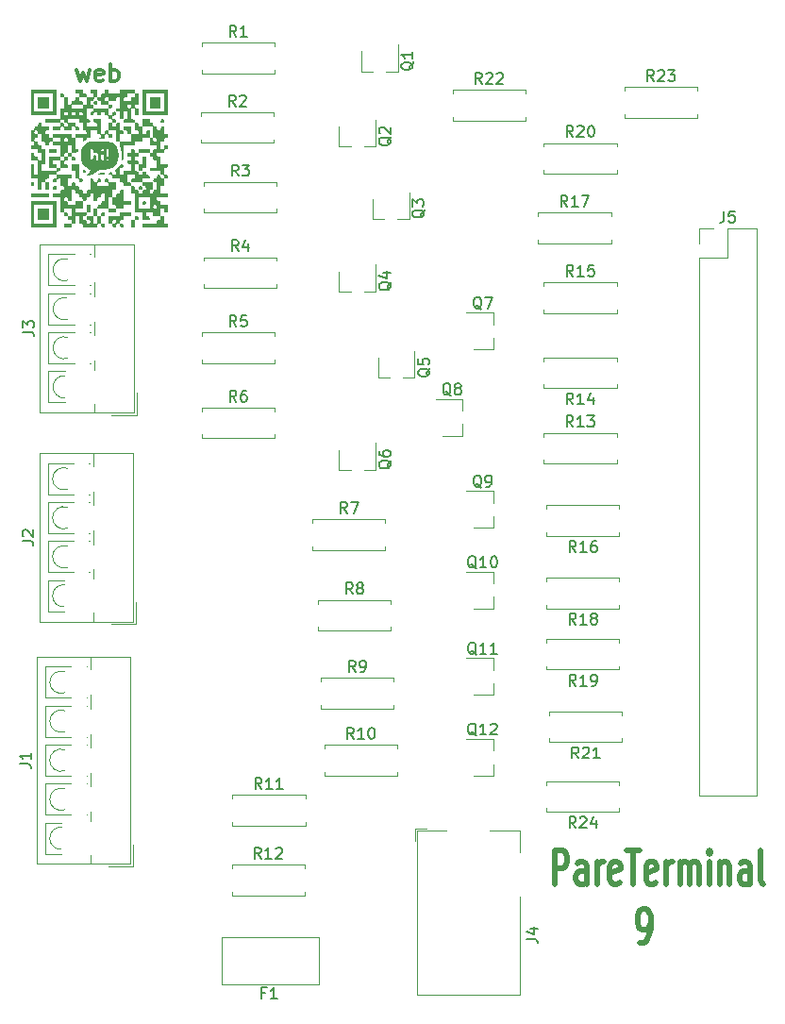
<source format=gbr>
%TF.GenerationSoftware,KiCad,Pcbnew,(6.0.2-0)*%
%TF.CreationDate,2022-04-11T12:52:23+09:00*%
%TF.ProjectId,reTProject,72655450-726f-46a6-9563-742e6b696361,rev?*%
%TF.SameCoordinates,Original*%
%TF.FileFunction,Legend,Top*%
%TF.FilePolarity,Positive*%
%FSLAX46Y46*%
G04 Gerber Fmt 4.6, Leading zero omitted, Abs format (unit mm)*
G04 Created by KiCad (PCBNEW (6.0.2-0)) date 2022-04-11 12:52:23*
%MOMM*%
%LPD*%
G01*
G04 APERTURE LIST*
%ADD10C,0.500000*%
%ADD11C,0.150000*%
%ADD12C,0.300000*%
%ADD13C,0.120000*%
G04 APERTURE END LIST*
D10*
X126619047Y-131857142D02*
X127000000Y-131857142D01*
X127190476Y-131714285D01*
X127285714Y-131571428D01*
X127476190Y-131142857D01*
X127571428Y-130571428D01*
X127571428Y-129428571D01*
X127476190Y-129142857D01*
X127380952Y-129000000D01*
X127190476Y-128857142D01*
X126809523Y-128857142D01*
X126619047Y-129000000D01*
X126523809Y-129142857D01*
X126428571Y-129428571D01*
X126428571Y-130142857D01*
X126523809Y-130428571D01*
X126619047Y-130571428D01*
X126809523Y-130714285D01*
X127190476Y-130714285D01*
X127380952Y-130571428D01*
X127476190Y-130428571D01*
X127571428Y-130142857D01*
X118964285Y-126607142D02*
X118964285Y-123607142D01*
X119726190Y-123607142D01*
X119916666Y-123750000D01*
X120011904Y-123892857D01*
X120107142Y-124178571D01*
X120107142Y-124607142D01*
X120011904Y-124892857D01*
X119916666Y-125035714D01*
X119726190Y-125178571D01*
X118964285Y-125178571D01*
X121821428Y-126607142D02*
X121821428Y-125035714D01*
X121726190Y-124750000D01*
X121535714Y-124607142D01*
X121154761Y-124607142D01*
X120964285Y-124750000D01*
X121821428Y-126464285D02*
X121630952Y-126607142D01*
X121154761Y-126607142D01*
X120964285Y-126464285D01*
X120869047Y-126178571D01*
X120869047Y-125892857D01*
X120964285Y-125607142D01*
X121154761Y-125464285D01*
X121630952Y-125464285D01*
X121821428Y-125321428D01*
X122773809Y-126607142D02*
X122773809Y-124607142D01*
X122773809Y-125178571D02*
X122869047Y-124892857D01*
X122964285Y-124750000D01*
X123154761Y-124607142D01*
X123345238Y-124607142D01*
X124773809Y-126464285D02*
X124583333Y-126607142D01*
X124202380Y-126607142D01*
X124011904Y-126464285D01*
X123916666Y-126178571D01*
X123916666Y-125035714D01*
X124011904Y-124750000D01*
X124202380Y-124607142D01*
X124583333Y-124607142D01*
X124773809Y-124750000D01*
X124869047Y-125035714D01*
X124869047Y-125321428D01*
X123916666Y-125607142D01*
X125440476Y-123607142D02*
X126583333Y-123607142D01*
X126011904Y-126607142D02*
X126011904Y-123607142D01*
X128011904Y-126464285D02*
X127821428Y-126607142D01*
X127440476Y-126607142D01*
X127250000Y-126464285D01*
X127154761Y-126178571D01*
X127154761Y-125035714D01*
X127250000Y-124750000D01*
X127440476Y-124607142D01*
X127821428Y-124607142D01*
X128011904Y-124750000D01*
X128107142Y-125035714D01*
X128107142Y-125321428D01*
X127154761Y-125607142D01*
X128964285Y-126607142D02*
X128964285Y-124607142D01*
X128964285Y-125178571D02*
X129059523Y-124892857D01*
X129154761Y-124750000D01*
X129345238Y-124607142D01*
X129535714Y-124607142D01*
X130202380Y-126607142D02*
X130202380Y-124607142D01*
X130202380Y-124892857D02*
X130297619Y-124750000D01*
X130488095Y-124607142D01*
X130773809Y-124607142D01*
X130964285Y-124750000D01*
X131059523Y-125035714D01*
X131059523Y-126607142D01*
X131059523Y-125035714D02*
X131154761Y-124750000D01*
X131345238Y-124607142D01*
X131630952Y-124607142D01*
X131821428Y-124750000D01*
X131916666Y-125035714D01*
X131916666Y-126607142D01*
X132869047Y-126607142D02*
X132869047Y-124607142D01*
X132869047Y-123607142D02*
X132773809Y-123750000D01*
X132869047Y-123892857D01*
X132964285Y-123750000D01*
X132869047Y-123607142D01*
X132869047Y-123892857D01*
X133821428Y-124607142D02*
X133821428Y-126607142D01*
X133821428Y-124892857D02*
X133916666Y-124750000D01*
X134107142Y-124607142D01*
X134392857Y-124607142D01*
X134583333Y-124750000D01*
X134678571Y-125035714D01*
X134678571Y-126607142D01*
X136488095Y-126607142D02*
X136488095Y-125035714D01*
X136392857Y-124750000D01*
X136202380Y-124607142D01*
X135821428Y-124607142D01*
X135630952Y-124750000D01*
X136488095Y-126464285D02*
X136297619Y-126607142D01*
X135821428Y-126607142D01*
X135630952Y-126464285D01*
X135535714Y-126178571D01*
X135535714Y-125892857D01*
X135630952Y-125607142D01*
X135821428Y-125464285D01*
X136297619Y-125464285D01*
X136488095Y-125321428D01*
X137726190Y-126607142D02*
X137535714Y-126464285D01*
X137440476Y-126178571D01*
X137440476Y-123607142D01*
D11*
%TO.C,Q7*%
X112404761Y-75047619D02*
X112309523Y-75000000D01*
X112214285Y-74904761D01*
X112071428Y-74761904D01*
X111976190Y-74714285D01*
X111880952Y-74714285D01*
X111928571Y-74952380D02*
X111833333Y-74904761D01*
X111738095Y-74809523D01*
X111690476Y-74619047D01*
X111690476Y-74285714D01*
X111738095Y-74095238D01*
X111833333Y-74000000D01*
X111928571Y-73952380D01*
X112119047Y-73952380D01*
X112214285Y-74000000D01*
X112309523Y-74095238D01*
X112357142Y-74285714D01*
X112357142Y-74619047D01*
X112309523Y-74809523D01*
X112214285Y-74904761D01*
X112119047Y-74952380D01*
X111928571Y-74952380D01*
X112690476Y-73952380D02*
X113357142Y-73952380D01*
X112928571Y-74952380D01*
%TO.C,R20*%
X120607142Y-59582380D02*
X120273809Y-59106190D01*
X120035714Y-59582380D02*
X120035714Y-58582380D01*
X120416666Y-58582380D01*
X120511904Y-58630000D01*
X120559523Y-58677619D01*
X120607142Y-58772857D01*
X120607142Y-58915714D01*
X120559523Y-59010952D01*
X120511904Y-59058571D01*
X120416666Y-59106190D01*
X120035714Y-59106190D01*
X120988095Y-58677619D02*
X121035714Y-58630000D01*
X121130952Y-58582380D01*
X121369047Y-58582380D01*
X121464285Y-58630000D01*
X121511904Y-58677619D01*
X121559523Y-58772857D01*
X121559523Y-58868095D01*
X121511904Y-59010952D01*
X120940476Y-59582380D01*
X121559523Y-59582380D01*
X122178571Y-58582380D02*
X122273809Y-58582380D01*
X122369047Y-58630000D01*
X122416666Y-58677619D01*
X122464285Y-58772857D01*
X122511904Y-58963333D01*
X122511904Y-59201428D01*
X122464285Y-59391904D01*
X122416666Y-59487142D01*
X122369047Y-59534761D01*
X122273809Y-59582380D01*
X122178571Y-59582380D01*
X122083333Y-59534761D01*
X122035714Y-59487142D01*
X121988095Y-59391904D01*
X121940476Y-59201428D01*
X121940476Y-58963333D01*
X121988095Y-58772857D01*
X122035714Y-58677619D01*
X122083333Y-58630000D01*
X122178571Y-58582380D01*
%TO.C,R16*%
X120857142Y-96822380D02*
X120523809Y-96346190D01*
X120285714Y-96822380D02*
X120285714Y-95822380D01*
X120666666Y-95822380D01*
X120761904Y-95870000D01*
X120809523Y-95917619D01*
X120857142Y-96012857D01*
X120857142Y-96155714D01*
X120809523Y-96250952D01*
X120761904Y-96298571D01*
X120666666Y-96346190D01*
X120285714Y-96346190D01*
X121809523Y-96822380D02*
X121238095Y-96822380D01*
X121523809Y-96822380D02*
X121523809Y-95822380D01*
X121428571Y-95965238D01*
X121333333Y-96060476D01*
X121238095Y-96108095D01*
X122666666Y-95822380D02*
X122476190Y-95822380D01*
X122380952Y-95870000D01*
X122333333Y-95917619D01*
X122238095Y-96060476D01*
X122190476Y-96250952D01*
X122190476Y-96631904D01*
X122238095Y-96727142D01*
X122285714Y-96774761D01*
X122380952Y-96822380D01*
X122571428Y-96822380D01*
X122666666Y-96774761D01*
X122714285Y-96727142D01*
X122761904Y-96631904D01*
X122761904Y-96393809D01*
X122714285Y-96298571D01*
X122666666Y-96250952D01*
X122571428Y-96203333D01*
X122380952Y-96203333D01*
X122285714Y-96250952D01*
X122238095Y-96298571D01*
X122190476Y-96393809D01*
%TO.C,J2*%
X71192380Y-95833333D02*
X71906666Y-95833333D01*
X72049523Y-95880952D01*
X72144761Y-95976190D01*
X72192380Y-96119047D01*
X72192380Y-96214285D01*
X71287619Y-95404761D02*
X71240000Y-95357142D01*
X71192380Y-95261904D01*
X71192380Y-95023809D01*
X71240000Y-94928571D01*
X71287619Y-94880952D01*
X71382857Y-94833333D01*
X71478095Y-94833333D01*
X71620952Y-94880952D01*
X72192380Y-95452380D01*
X72192380Y-94833333D01*
%TO.C,Q11*%
X111928571Y-106047619D02*
X111833333Y-106000000D01*
X111738095Y-105904761D01*
X111595238Y-105761904D01*
X111500000Y-105714285D01*
X111404761Y-105714285D01*
X111452380Y-105952380D02*
X111357142Y-105904761D01*
X111261904Y-105809523D01*
X111214285Y-105619047D01*
X111214285Y-105285714D01*
X111261904Y-105095238D01*
X111357142Y-105000000D01*
X111452380Y-104952380D01*
X111642857Y-104952380D01*
X111738095Y-105000000D01*
X111833333Y-105095238D01*
X111880952Y-105285714D01*
X111880952Y-105619047D01*
X111833333Y-105809523D01*
X111738095Y-105904761D01*
X111642857Y-105952380D01*
X111452380Y-105952380D01*
X112833333Y-105952380D02*
X112261904Y-105952380D01*
X112547619Y-105952380D02*
X112547619Y-104952380D01*
X112452380Y-105095238D01*
X112357142Y-105190476D01*
X112261904Y-105238095D01*
X113785714Y-105952380D02*
X113214285Y-105952380D01*
X113500000Y-105952380D02*
X113500000Y-104952380D01*
X113404761Y-105095238D01*
X113309523Y-105190476D01*
X113214285Y-105238095D01*
%TO.C,R19*%
X120857142Y-108822380D02*
X120523809Y-108346190D01*
X120285714Y-108822380D02*
X120285714Y-107822380D01*
X120666666Y-107822380D01*
X120761904Y-107870000D01*
X120809523Y-107917619D01*
X120857142Y-108012857D01*
X120857142Y-108155714D01*
X120809523Y-108250952D01*
X120761904Y-108298571D01*
X120666666Y-108346190D01*
X120285714Y-108346190D01*
X121809523Y-108822380D02*
X121238095Y-108822380D01*
X121523809Y-108822380D02*
X121523809Y-107822380D01*
X121428571Y-107965238D01*
X121333333Y-108060476D01*
X121238095Y-108108095D01*
X122285714Y-108822380D02*
X122476190Y-108822380D01*
X122571428Y-108774761D01*
X122619047Y-108727142D01*
X122714285Y-108584285D01*
X122761904Y-108393809D01*
X122761904Y-108012857D01*
X122714285Y-107917619D01*
X122666666Y-107870000D01*
X122571428Y-107822380D01*
X122380952Y-107822380D01*
X122285714Y-107870000D01*
X122238095Y-107917619D01*
X122190476Y-108012857D01*
X122190476Y-108250952D01*
X122238095Y-108346190D01*
X122285714Y-108393809D01*
X122380952Y-108441428D01*
X122571428Y-108441428D01*
X122666666Y-108393809D01*
X122714285Y-108346190D01*
X122761904Y-108250952D01*
%TO.C,R21*%
X121107142Y-115322380D02*
X120773809Y-114846190D01*
X120535714Y-115322380D02*
X120535714Y-114322380D01*
X120916666Y-114322380D01*
X121011904Y-114370000D01*
X121059523Y-114417619D01*
X121107142Y-114512857D01*
X121107142Y-114655714D01*
X121059523Y-114750952D01*
X121011904Y-114798571D01*
X120916666Y-114846190D01*
X120535714Y-114846190D01*
X121488095Y-114417619D02*
X121535714Y-114370000D01*
X121630952Y-114322380D01*
X121869047Y-114322380D01*
X121964285Y-114370000D01*
X122011904Y-114417619D01*
X122059523Y-114512857D01*
X122059523Y-114608095D01*
X122011904Y-114750952D01*
X121440476Y-115322380D01*
X122059523Y-115322380D01*
X123011904Y-115322380D02*
X122440476Y-115322380D01*
X122726190Y-115322380D02*
X122726190Y-114322380D01*
X122630952Y-114465238D01*
X122535714Y-114560476D01*
X122440476Y-114608095D01*
%TO.C,Q5*%
X107797619Y-80345238D02*
X107750000Y-80440476D01*
X107654761Y-80535714D01*
X107511904Y-80678571D01*
X107464285Y-80773809D01*
X107464285Y-80869047D01*
X107702380Y-80821428D02*
X107654761Y-80916666D01*
X107559523Y-81011904D01*
X107369047Y-81059523D01*
X107035714Y-81059523D01*
X106845238Y-81011904D01*
X106750000Y-80916666D01*
X106702380Y-80821428D01*
X106702380Y-80630952D01*
X106750000Y-80535714D01*
X106845238Y-80440476D01*
X107035714Y-80392857D01*
X107369047Y-80392857D01*
X107559523Y-80440476D01*
X107654761Y-80535714D01*
X107702380Y-80630952D01*
X107702380Y-80821428D01*
X106702380Y-79488095D02*
X106702380Y-79964285D01*
X107178571Y-80011904D01*
X107130952Y-79964285D01*
X107083333Y-79869047D01*
X107083333Y-79630952D01*
X107130952Y-79535714D01*
X107178571Y-79488095D01*
X107273809Y-79440476D01*
X107511904Y-79440476D01*
X107607142Y-79488095D01*
X107654761Y-79535714D01*
X107702380Y-79630952D01*
X107702380Y-79869047D01*
X107654761Y-79964285D01*
X107607142Y-80011904D01*
%TO.C,R12*%
X92607142Y-124332380D02*
X92273809Y-123856190D01*
X92035714Y-124332380D02*
X92035714Y-123332380D01*
X92416666Y-123332380D01*
X92511904Y-123380000D01*
X92559523Y-123427619D01*
X92607142Y-123522857D01*
X92607142Y-123665714D01*
X92559523Y-123760952D01*
X92511904Y-123808571D01*
X92416666Y-123856190D01*
X92035714Y-123856190D01*
X93559523Y-124332380D02*
X92988095Y-124332380D01*
X93273809Y-124332380D02*
X93273809Y-123332380D01*
X93178571Y-123475238D01*
X93083333Y-123570476D01*
X92988095Y-123618095D01*
X93940476Y-123427619D02*
X93988095Y-123380000D01*
X94083333Y-123332380D01*
X94321428Y-123332380D01*
X94416666Y-123380000D01*
X94464285Y-123427619D01*
X94511904Y-123522857D01*
X94511904Y-123618095D01*
X94464285Y-123760952D01*
X93892857Y-124332380D01*
X94511904Y-124332380D01*
%TO.C,Q12*%
X111928571Y-113297619D02*
X111833333Y-113250000D01*
X111738095Y-113154761D01*
X111595238Y-113011904D01*
X111500000Y-112964285D01*
X111404761Y-112964285D01*
X111452380Y-113202380D02*
X111357142Y-113154761D01*
X111261904Y-113059523D01*
X111214285Y-112869047D01*
X111214285Y-112535714D01*
X111261904Y-112345238D01*
X111357142Y-112250000D01*
X111452380Y-112202380D01*
X111642857Y-112202380D01*
X111738095Y-112250000D01*
X111833333Y-112345238D01*
X111880952Y-112535714D01*
X111880952Y-112869047D01*
X111833333Y-113059523D01*
X111738095Y-113154761D01*
X111642857Y-113202380D01*
X111452380Y-113202380D01*
X112833333Y-113202380D02*
X112261904Y-113202380D01*
X112547619Y-113202380D02*
X112547619Y-112202380D01*
X112452380Y-112345238D01*
X112357142Y-112440476D01*
X112261904Y-112488095D01*
X113214285Y-112297619D02*
X113261904Y-112250000D01*
X113357142Y-112202380D01*
X113595238Y-112202380D01*
X113690476Y-112250000D01*
X113738095Y-112297619D01*
X113785714Y-112392857D01*
X113785714Y-112488095D01*
X113738095Y-112630952D01*
X113166666Y-113202380D01*
X113785714Y-113202380D01*
%TO.C,Q2*%
X104297619Y-59595238D02*
X104250000Y-59690476D01*
X104154761Y-59785714D01*
X104011904Y-59928571D01*
X103964285Y-60023809D01*
X103964285Y-60119047D01*
X104202380Y-60071428D02*
X104154761Y-60166666D01*
X104059523Y-60261904D01*
X103869047Y-60309523D01*
X103535714Y-60309523D01*
X103345238Y-60261904D01*
X103250000Y-60166666D01*
X103202380Y-60071428D01*
X103202380Y-59880952D01*
X103250000Y-59785714D01*
X103345238Y-59690476D01*
X103535714Y-59642857D01*
X103869047Y-59642857D01*
X104059523Y-59690476D01*
X104154761Y-59785714D01*
X104202380Y-59880952D01*
X104202380Y-60071428D01*
X103297619Y-59261904D02*
X103250000Y-59214285D01*
X103202380Y-59119047D01*
X103202380Y-58880952D01*
X103250000Y-58785714D01*
X103297619Y-58738095D01*
X103392857Y-58690476D01*
X103488095Y-58690476D01*
X103630952Y-58738095D01*
X104202380Y-59309523D01*
X104202380Y-58690476D01*
%TO.C,R11*%
X92667142Y-118082380D02*
X92333809Y-117606190D01*
X92095714Y-118082380D02*
X92095714Y-117082380D01*
X92476666Y-117082380D01*
X92571904Y-117130000D01*
X92619523Y-117177619D01*
X92667142Y-117272857D01*
X92667142Y-117415714D01*
X92619523Y-117510952D01*
X92571904Y-117558571D01*
X92476666Y-117606190D01*
X92095714Y-117606190D01*
X93619523Y-118082380D02*
X93048095Y-118082380D01*
X93333809Y-118082380D02*
X93333809Y-117082380D01*
X93238571Y-117225238D01*
X93143333Y-117320476D01*
X93048095Y-117368095D01*
X94571904Y-118082380D02*
X94000476Y-118082380D01*
X94286190Y-118082380D02*
X94286190Y-117082380D01*
X94190952Y-117225238D01*
X94095714Y-117320476D01*
X94000476Y-117368095D01*
%TO.C,Q8*%
X109654761Y-82797619D02*
X109559523Y-82750000D01*
X109464285Y-82654761D01*
X109321428Y-82511904D01*
X109226190Y-82464285D01*
X109130952Y-82464285D01*
X109178571Y-82702380D02*
X109083333Y-82654761D01*
X108988095Y-82559523D01*
X108940476Y-82369047D01*
X108940476Y-82035714D01*
X108988095Y-81845238D01*
X109083333Y-81750000D01*
X109178571Y-81702380D01*
X109369047Y-81702380D01*
X109464285Y-81750000D01*
X109559523Y-81845238D01*
X109607142Y-82035714D01*
X109607142Y-82369047D01*
X109559523Y-82559523D01*
X109464285Y-82654761D01*
X109369047Y-82702380D01*
X109178571Y-82702380D01*
X110178571Y-82130952D02*
X110083333Y-82083333D01*
X110035714Y-82035714D01*
X109988095Y-81940476D01*
X109988095Y-81892857D01*
X110035714Y-81797619D01*
X110083333Y-81750000D01*
X110178571Y-81702380D01*
X110369047Y-81702380D01*
X110464285Y-81750000D01*
X110511904Y-81797619D01*
X110559523Y-81892857D01*
X110559523Y-81940476D01*
X110511904Y-82035714D01*
X110464285Y-82083333D01*
X110369047Y-82130952D01*
X110178571Y-82130952D01*
X110083333Y-82178571D01*
X110035714Y-82226190D01*
X109988095Y-82321428D01*
X109988095Y-82511904D01*
X110035714Y-82607142D01*
X110083333Y-82654761D01*
X110178571Y-82702380D01*
X110369047Y-82702380D01*
X110464285Y-82654761D01*
X110511904Y-82607142D01*
X110559523Y-82511904D01*
X110559523Y-82321428D01*
X110511904Y-82226190D01*
X110464285Y-82178571D01*
X110369047Y-82130952D01*
%TO.C,Q3*%
X107297619Y-66095238D02*
X107250000Y-66190476D01*
X107154761Y-66285714D01*
X107011904Y-66428571D01*
X106964285Y-66523809D01*
X106964285Y-66619047D01*
X107202380Y-66571428D02*
X107154761Y-66666666D01*
X107059523Y-66761904D01*
X106869047Y-66809523D01*
X106535714Y-66809523D01*
X106345238Y-66761904D01*
X106250000Y-66666666D01*
X106202380Y-66571428D01*
X106202380Y-66380952D01*
X106250000Y-66285714D01*
X106345238Y-66190476D01*
X106535714Y-66142857D01*
X106869047Y-66142857D01*
X107059523Y-66190476D01*
X107154761Y-66285714D01*
X107202380Y-66380952D01*
X107202380Y-66571428D01*
X106202380Y-65809523D02*
X106202380Y-65190476D01*
X106583333Y-65523809D01*
X106583333Y-65380952D01*
X106630952Y-65285714D01*
X106678571Y-65238095D01*
X106773809Y-65190476D01*
X107011904Y-65190476D01*
X107107142Y-65238095D01*
X107154761Y-65285714D01*
X107202380Y-65380952D01*
X107202380Y-65666666D01*
X107154761Y-65761904D01*
X107107142Y-65809523D01*
%TO.C,J4*%
X116452380Y-131533333D02*
X117166666Y-131533333D01*
X117309523Y-131580952D01*
X117404761Y-131676190D01*
X117452380Y-131819047D01*
X117452380Y-131914285D01*
X116785714Y-130628571D02*
X117452380Y-130628571D01*
X116404761Y-130866666D02*
X117119047Y-131104761D01*
X117119047Y-130485714D01*
%TO.C,Q4*%
X104297619Y-72595238D02*
X104250000Y-72690476D01*
X104154761Y-72785714D01*
X104011904Y-72928571D01*
X103964285Y-73023809D01*
X103964285Y-73119047D01*
X104202380Y-73071428D02*
X104154761Y-73166666D01*
X104059523Y-73261904D01*
X103869047Y-73309523D01*
X103535714Y-73309523D01*
X103345238Y-73261904D01*
X103250000Y-73166666D01*
X103202380Y-73071428D01*
X103202380Y-72880952D01*
X103250000Y-72785714D01*
X103345238Y-72690476D01*
X103535714Y-72642857D01*
X103869047Y-72642857D01*
X104059523Y-72690476D01*
X104154761Y-72785714D01*
X104202380Y-72880952D01*
X104202380Y-73071428D01*
X103535714Y-71785714D02*
X104202380Y-71785714D01*
X103154761Y-72023809D02*
X103869047Y-72261904D01*
X103869047Y-71642857D01*
D12*
%TO.C,web*%
X76076857Y-53553428D02*
X76367142Y-54569428D01*
X76657428Y-53843714D01*
X76947714Y-54569428D01*
X77238000Y-53553428D01*
X78399142Y-54496857D02*
X78254000Y-54569428D01*
X77963714Y-54569428D01*
X77818571Y-54496857D01*
X77746000Y-54351714D01*
X77746000Y-53771142D01*
X77818571Y-53626000D01*
X77963714Y-53553428D01*
X78254000Y-53553428D01*
X78399142Y-53626000D01*
X78471714Y-53771142D01*
X78471714Y-53916285D01*
X77746000Y-54061428D01*
X79124857Y-54569428D02*
X79124857Y-53045428D01*
X79124857Y-53626000D02*
X79270000Y-53553428D01*
X79560285Y-53553428D01*
X79705428Y-53626000D01*
X79778000Y-53698571D01*
X79850571Y-53843714D01*
X79850571Y-54279142D01*
X79778000Y-54424285D01*
X79705428Y-54496857D01*
X79560285Y-54569428D01*
X79270000Y-54569428D01*
X79124857Y-54496857D01*
D11*
%TO.C,R23*%
X127857142Y-54582380D02*
X127523809Y-54106190D01*
X127285714Y-54582380D02*
X127285714Y-53582380D01*
X127666666Y-53582380D01*
X127761904Y-53630000D01*
X127809523Y-53677619D01*
X127857142Y-53772857D01*
X127857142Y-53915714D01*
X127809523Y-54010952D01*
X127761904Y-54058571D01*
X127666666Y-54106190D01*
X127285714Y-54106190D01*
X128238095Y-53677619D02*
X128285714Y-53630000D01*
X128380952Y-53582380D01*
X128619047Y-53582380D01*
X128714285Y-53630000D01*
X128761904Y-53677619D01*
X128809523Y-53772857D01*
X128809523Y-53868095D01*
X128761904Y-54010952D01*
X128190476Y-54582380D01*
X128809523Y-54582380D01*
X129142857Y-53582380D02*
X129761904Y-53582380D01*
X129428571Y-53963333D01*
X129571428Y-53963333D01*
X129666666Y-54010952D01*
X129714285Y-54058571D01*
X129761904Y-54153809D01*
X129761904Y-54391904D01*
X129714285Y-54487142D01*
X129666666Y-54534761D01*
X129571428Y-54582380D01*
X129285714Y-54582380D01*
X129190476Y-54534761D01*
X129142857Y-54487142D01*
%TO.C,R8*%
X100833333Y-100582380D02*
X100500000Y-100106190D01*
X100261904Y-100582380D02*
X100261904Y-99582380D01*
X100642857Y-99582380D01*
X100738095Y-99630000D01*
X100785714Y-99677619D01*
X100833333Y-99772857D01*
X100833333Y-99915714D01*
X100785714Y-100010952D01*
X100738095Y-100058571D01*
X100642857Y-100106190D01*
X100261904Y-100106190D01*
X101404761Y-100010952D02*
X101309523Y-99963333D01*
X101261904Y-99915714D01*
X101214285Y-99820476D01*
X101214285Y-99772857D01*
X101261904Y-99677619D01*
X101309523Y-99630000D01*
X101404761Y-99582380D01*
X101595238Y-99582380D01*
X101690476Y-99630000D01*
X101738095Y-99677619D01*
X101785714Y-99772857D01*
X101785714Y-99820476D01*
X101738095Y-99915714D01*
X101690476Y-99963333D01*
X101595238Y-100010952D01*
X101404761Y-100010952D01*
X101309523Y-100058571D01*
X101261904Y-100106190D01*
X101214285Y-100201428D01*
X101214285Y-100391904D01*
X101261904Y-100487142D01*
X101309523Y-100534761D01*
X101404761Y-100582380D01*
X101595238Y-100582380D01*
X101690476Y-100534761D01*
X101738095Y-100487142D01*
X101785714Y-100391904D01*
X101785714Y-100201428D01*
X101738095Y-100106190D01*
X101690476Y-100058571D01*
X101595238Y-100010952D01*
%TO.C,R15*%
X120607142Y-72082380D02*
X120273809Y-71606190D01*
X120035714Y-72082380D02*
X120035714Y-71082380D01*
X120416666Y-71082380D01*
X120511904Y-71130000D01*
X120559523Y-71177619D01*
X120607142Y-71272857D01*
X120607142Y-71415714D01*
X120559523Y-71510952D01*
X120511904Y-71558571D01*
X120416666Y-71606190D01*
X120035714Y-71606190D01*
X121559523Y-72082380D02*
X120988095Y-72082380D01*
X121273809Y-72082380D02*
X121273809Y-71082380D01*
X121178571Y-71225238D01*
X121083333Y-71320476D01*
X120988095Y-71368095D01*
X122464285Y-71082380D02*
X121988095Y-71082380D01*
X121940476Y-71558571D01*
X121988095Y-71510952D01*
X122083333Y-71463333D01*
X122321428Y-71463333D01*
X122416666Y-71510952D01*
X122464285Y-71558571D01*
X122511904Y-71653809D01*
X122511904Y-71891904D01*
X122464285Y-71987142D01*
X122416666Y-72034761D01*
X122321428Y-72082380D01*
X122083333Y-72082380D01*
X121988095Y-72034761D01*
X121940476Y-71987142D01*
%TO.C,J1*%
X70942380Y-115833333D02*
X71656666Y-115833333D01*
X71799523Y-115880952D01*
X71894761Y-115976190D01*
X71942380Y-116119047D01*
X71942380Y-116214285D01*
X71942380Y-114833333D02*
X71942380Y-115404761D01*
X71942380Y-115119047D02*
X70942380Y-115119047D01*
X71085238Y-115214285D01*
X71180476Y-115309523D01*
X71228095Y-115404761D01*
%TO.C,Q9*%
X112404761Y-91047619D02*
X112309523Y-91000000D01*
X112214285Y-90904761D01*
X112071428Y-90761904D01*
X111976190Y-90714285D01*
X111880952Y-90714285D01*
X111928571Y-90952380D02*
X111833333Y-90904761D01*
X111738095Y-90809523D01*
X111690476Y-90619047D01*
X111690476Y-90285714D01*
X111738095Y-90095238D01*
X111833333Y-90000000D01*
X111928571Y-89952380D01*
X112119047Y-89952380D01*
X112214285Y-90000000D01*
X112309523Y-90095238D01*
X112357142Y-90285714D01*
X112357142Y-90619047D01*
X112309523Y-90809523D01*
X112214285Y-90904761D01*
X112119047Y-90952380D01*
X111928571Y-90952380D01*
X112833333Y-90952380D02*
X113023809Y-90952380D01*
X113119047Y-90904761D01*
X113166666Y-90857142D01*
X113261904Y-90714285D01*
X113309523Y-90523809D01*
X113309523Y-90142857D01*
X113261904Y-90047619D01*
X113214285Y-90000000D01*
X113119047Y-89952380D01*
X112928571Y-89952380D01*
X112833333Y-90000000D01*
X112785714Y-90047619D01*
X112738095Y-90142857D01*
X112738095Y-90380952D01*
X112785714Y-90476190D01*
X112833333Y-90523809D01*
X112928571Y-90571428D01*
X113119047Y-90571428D01*
X113214285Y-90523809D01*
X113261904Y-90476190D01*
X113309523Y-90380952D01*
%TO.C,Q6*%
X104297619Y-88595238D02*
X104250000Y-88690476D01*
X104154761Y-88785714D01*
X104011904Y-88928571D01*
X103964285Y-89023809D01*
X103964285Y-89119047D01*
X104202380Y-89071428D02*
X104154761Y-89166666D01*
X104059523Y-89261904D01*
X103869047Y-89309523D01*
X103535714Y-89309523D01*
X103345238Y-89261904D01*
X103250000Y-89166666D01*
X103202380Y-89071428D01*
X103202380Y-88880952D01*
X103250000Y-88785714D01*
X103345238Y-88690476D01*
X103535714Y-88642857D01*
X103869047Y-88642857D01*
X104059523Y-88690476D01*
X104154761Y-88785714D01*
X104202380Y-88880952D01*
X104202380Y-89071428D01*
X103202380Y-87785714D02*
X103202380Y-87976190D01*
X103250000Y-88071428D01*
X103297619Y-88119047D01*
X103440476Y-88214285D01*
X103630952Y-88261904D01*
X104011904Y-88261904D01*
X104107142Y-88214285D01*
X104154761Y-88166666D01*
X104202380Y-88071428D01*
X104202380Y-87880952D01*
X104154761Y-87785714D01*
X104107142Y-87738095D01*
X104011904Y-87690476D01*
X103773809Y-87690476D01*
X103678571Y-87738095D01*
X103630952Y-87785714D01*
X103583333Y-87880952D01*
X103583333Y-88071428D01*
X103630952Y-88166666D01*
X103678571Y-88214285D01*
X103773809Y-88261904D01*
%TO.C,J3*%
X71237380Y-77083333D02*
X71951666Y-77083333D01*
X72094523Y-77130952D01*
X72189761Y-77226190D01*
X72237380Y-77369047D01*
X72237380Y-77464285D01*
X71237380Y-76702380D02*
X71237380Y-76083333D01*
X71618333Y-76416666D01*
X71618333Y-76273809D01*
X71665952Y-76178571D01*
X71713571Y-76130952D01*
X71808809Y-76083333D01*
X72046904Y-76083333D01*
X72142142Y-76130952D01*
X72189761Y-76178571D01*
X72237380Y-76273809D01*
X72237380Y-76559523D01*
X72189761Y-76654761D01*
X72142142Y-76702380D01*
%TO.C,R14*%
X120607142Y-83572380D02*
X120273809Y-83096190D01*
X120035714Y-83572380D02*
X120035714Y-82572380D01*
X120416666Y-82572380D01*
X120511904Y-82620000D01*
X120559523Y-82667619D01*
X120607142Y-82762857D01*
X120607142Y-82905714D01*
X120559523Y-83000952D01*
X120511904Y-83048571D01*
X120416666Y-83096190D01*
X120035714Y-83096190D01*
X121559523Y-83572380D02*
X120988095Y-83572380D01*
X121273809Y-83572380D02*
X121273809Y-82572380D01*
X121178571Y-82715238D01*
X121083333Y-82810476D01*
X120988095Y-82858095D01*
X122416666Y-82905714D02*
X122416666Y-83572380D01*
X122178571Y-82524761D02*
X121940476Y-83239047D01*
X122559523Y-83239047D01*
%TO.C,R9*%
X101083333Y-107582380D02*
X100750000Y-107106190D01*
X100511904Y-107582380D02*
X100511904Y-106582380D01*
X100892857Y-106582380D01*
X100988095Y-106630000D01*
X101035714Y-106677619D01*
X101083333Y-106772857D01*
X101083333Y-106915714D01*
X101035714Y-107010952D01*
X100988095Y-107058571D01*
X100892857Y-107106190D01*
X100511904Y-107106190D01*
X101559523Y-107582380D02*
X101750000Y-107582380D01*
X101845238Y-107534761D01*
X101892857Y-107487142D01*
X101988095Y-107344285D01*
X102035714Y-107153809D01*
X102035714Y-106772857D01*
X101988095Y-106677619D01*
X101940476Y-106630000D01*
X101845238Y-106582380D01*
X101654761Y-106582380D01*
X101559523Y-106630000D01*
X101511904Y-106677619D01*
X101464285Y-106772857D01*
X101464285Y-107010952D01*
X101511904Y-107106190D01*
X101559523Y-107153809D01*
X101654761Y-107201428D01*
X101845238Y-107201428D01*
X101940476Y-107153809D01*
X101988095Y-107106190D01*
X102035714Y-107010952D01*
%TO.C,R5*%
X90393333Y-76582380D02*
X90060000Y-76106190D01*
X89821904Y-76582380D02*
X89821904Y-75582380D01*
X90202857Y-75582380D01*
X90298095Y-75630000D01*
X90345714Y-75677619D01*
X90393333Y-75772857D01*
X90393333Y-75915714D01*
X90345714Y-76010952D01*
X90298095Y-76058571D01*
X90202857Y-76106190D01*
X89821904Y-76106190D01*
X91298095Y-75582380D02*
X90821904Y-75582380D01*
X90774285Y-76058571D01*
X90821904Y-76010952D01*
X90917142Y-75963333D01*
X91155238Y-75963333D01*
X91250476Y-76010952D01*
X91298095Y-76058571D01*
X91345714Y-76153809D01*
X91345714Y-76391904D01*
X91298095Y-76487142D01*
X91250476Y-76534761D01*
X91155238Y-76582380D01*
X90917142Y-76582380D01*
X90821904Y-76534761D01*
X90774285Y-76487142D01*
%TO.C,R4*%
X90583333Y-69832380D02*
X90250000Y-69356190D01*
X90011904Y-69832380D02*
X90011904Y-68832380D01*
X90392857Y-68832380D01*
X90488095Y-68880000D01*
X90535714Y-68927619D01*
X90583333Y-69022857D01*
X90583333Y-69165714D01*
X90535714Y-69260952D01*
X90488095Y-69308571D01*
X90392857Y-69356190D01*
X90011904Y-69356190D01*
X91440476Y-69165714D02*
X91440476Y-69832380D01*
X91202380Y-68784761D02*
X90964285Y-69499047D01*
X91583333Y-69499047D01*
%TO.C,R18*%
X120857142Y-103322380D02*
X120523809Y-102846190D01*
X120285714Y-103322380D02*
X120285714Y-102322380D01*
X120666666Y-102322380D01*
X120761904Y-102370000D01*
X120809523Y-102417619D01*
X120857142Y-102512857D01*
X120857142Y-102655714D01*
X120809523Y-102750952D01*
X120761904Y-102798571D01*
X120666666Y-102846190D01*
X120285714Y-102846190D01*
X121809523Y-103322380D02*
X121238095Y-103322380D01*
X121523809Y-103322380D02*
X121523809Y-102322380D01*
X121428571Y-102465238D01*
X121333333Y-102560476D01*
X121238095Y-102608095D01*
X122380952Y-102750952D02*
X122285714Y-102703333D01*
X122238095Y-102655714D01*
X122190476Y-102560476D01*
X122190476Y-102512857D01*
X122238095Y-102417619D01*
X122285714Y-102370000D01*
X122380952Y-102322380D01*
X122571428Y-102322380D01*
X122666666Y-102370000D01*
X122714285Y-102417619D01*
X122761904Y-102512857D01*
X122761904Y-102560476D01*
X122714285Y-102655714D01*
X122666666Y-102703333D01*
X122571428Y-102750952D01*
X122380952Y-102750952D01*
X122285714Y-102798571D01*
X122238095Y-102846190D01*
X122190476Y-102941428D01*
X122190476Y-103131904D01*
X122238095Y-103227142D01*
X122285714Y-103274761D01*
X122380952Y-103322380D01*
X122571428Y-103322380D01*
X122666666Y-103274761D01*
X122714285Y-103227142D01*
X122761904Y-103131904D01*
X122761904Y-102941428D01*
X122714285Y-102846190D01*
X122666666Y-102798571D01*
X122571428Y-102750952D01*
%TO.C,F1*%
X93016666Y-136378571D02*
X92683333Y-136378571D01*
X92683333Y-136902380D02*
X92683333Y-135902380D01*
X93159523Y-135902380D01*
X94064285Y-136902380D02*
X93492857Y-136902380D01*
X93778571Y-136902380D02*
X93778571Y-135902380D01*
X93683333Y-136045238D01*
X93588095Y-136140476D01*
X93492857Y-136188095D01*
%TO.C,R13*%
X120607142Y-85582380D02*
X120273809Y-85106190D01*
X120035714Y-85582380D02*
X120035714Y-84582380D01*
X120416666Y-84582380D01*
X120511904Y-84630000D01*
X120559523Y-84677619D01*
X120607142Y-84772857D01*
X120607142Y-84915714D01*
X120559523Y-85010952D01*
X120511904Y-85058571D01*
X120416666Y-85106190D01*
X120035714Y-85106190D01*
X121559523Y-85582380D02*
X120988095Y-85582380D01*
X121273809Y-85582380D02*
X121273809Y-84582380D01*
X121178571Y-84725238D01*
X121083333Y-84820476D01*
X120988095Y-84868095D01*
X121892857Y-84582380D02*
X122511904Y-84582380D01*
X122178571Y-84963333D01*
X122321428Y-84963333D01*
X122416666Y-85010952D01*
X122464285Y-85058571D01*
X122511904Y-85153809D01*
X122511904Y-85391904D01*
X122464285Y-85487142D01*
X122416666Y-85534761D01*
X122321428Y-85582380D01*
X122035714Y-85582380D01*
X121940476Y-85534761D01*
X121892857Y-85487142D01*
%TO.C,J5*%
X134161666Y-66247380D02*
X134161666Y-66961666D01*
X134114047Y-67104523D01*
X134018809Y-67199761D01*
X133875952Y-67247380D01*
X133780714Y-67247380D01*
X135114047Y-66247380D02*
X134637857Y-66247380D01*
X134590238Y-66723571D01*
X134637857Y-66675952D01*
X134733095Y-66628333D01*
X134971190Y-66628333D01*
X135066428Y-66675952D01*
X135114047Y-66723571D01*
X135161666Y-66818809D01*
X135161666Y-67056904D01*
X135114047Y-67152142D01*
X135066428Y-67199761D01*
X134971190Y-67247380D01*
X134733095Y-67247380D01*
X134637857Y-67199761D01*
X134590238Y-67152142D01*
%TO.C,Q1*%
X106297619Y-52845238D02*
X106250000Y-52940476D01*
X106154761Y-53035714D01*
X106011904Y-53178571D01*
X105964285Y-53273809D01*
X105964285Y-53369047D01*
X106202380Y-53321428D02*
X106154761Y-53416666D01*
X106059523Y-53511904D01*
X105869047Y-53559523D01*
X105535714Y-53559523D01*
X105345238Y-53511904D01*
X105250000Y-53416666D01*
X105202380Y-53321428D01*
X105202380Y-53130952D01*
X105250000Y-53035714D01*
X105345238Y-52940476D01*
X105535714Y-52892857D01*
X105869047Y-52892857D01*
X106059523Y-52940476D01*
X106154761Y-53035714D01*
X106202380Y-53130952D01*
X106202380Y-53321428D01*
X106202380Y-51940476D02*
X106202380Y-52511904D01*
X106202380Y-52226190D02*
X105202380Y-52226190D01*
X105345238Y-52321428D01*
X105440476Y-52416666D01*
X105488095Y-52511904D01*
%TO.C,R6*%
X90393333Y-83332380D02*
X90060000Y-82856190D01*
X89821904Y-83332380D02*
X89821904Y-82332380D01*
X90202857Y-82332380D01*
X90298095Y-82380000D01*
X90345714Y-82427619D01*
X90393333Y-82522857D01*
X90393333Y-82665714D01*
X90345714Y-82760952D01*
X90298095Y-82808571D01*
X90202857Y-82856190D01*
X89821904Y-82856190D01*
X91250476Y-82332380D02*
X91060000Y-82332380D01*
X90964761Y-82380000D01*
X90917142Y-82427619D01*
X90821904Y-82570476D01*
X90774285Y-82760952D01*
X90774285Y-83141904D01*
X90821904Y-83237142D01*
X90869523Y-83284761D01*
X90964761Y-83332380D01*
X91155238Y-83332380D01*
X91250476Y-83284761D01*
X91298095Y-83237142D01*
X91345714Y-83141904D01*
X91345714Y-82903809D01*
X91298095Y-82808571D01*
X91250476Y-82760952D01*
X91155238Y-82713333D01*
X90964761Y-82713333D01*
X90869523Y-82760952D01*
X90821904Y-82808571D01*
X90774285Y-82903809D01*
%TO.C,R24*%
X120857142Y-121572380D02*
X120523809Y-121096190D01*
X120285714Y-121572380D02*
X120285714Y-120572380D01*
X120666666Y-120572380D01*
X120761904Y-120620000D01*
X120809523Y-120667619D01*
X120857142Y-120762857D01*
X120857142Y-120905714D01*
X120809523Y-121000952D01*
X120761904Y-121048571D01*
X120666666Y-121096190D01*
X120285714Y-121096190D01*
X121238095Y-120667619D02*
X121285714Y-120620000D01*
X121380952Y-120572380D01*
X121619047Y-120572380D01*
X121714285Y-120620000D01*
X121761904Y-120667619D01*
X121809523Y-120762857D01*
X121809523Y-120858095D01*
X121761904Y-121000952D01*
X121190476Y-121572380D01*
X121809523Y-121572380D01*
X122666666Y-120905714D02*
X122666666Y-121572380D01*
X122428571Y-120524761D02*
X122190476Y-121239047D01*
X122809523Y-121239047D01*
%TO.C,R10*%
X100917142Y-113582380D02*
X100583809Y-113106190D01*
X100345714Y-113582380D02*
X100345714Y-112582380D01*
X100726666Y-112582380D01*
X100821904Y-112630000D01*
X100869523Y-112677619D01*
X100917142Y-112772857D01*
X100917142Y-112915714D01*
X100869523Y-113010952D01*
X100821904Y-113058571D01*
X100726666Y-113106190D01*
X100345714Y-113106190D01*
X101869523Y-113582380D02*
X101298095Y-113582380D01*
X101583809Y-113582380D02*
X101583809Y-112582380D01*
X101488571Y-112725238D01*
X101393333Y-112820476D01*
X101298095Y-112868095D01*
X102488571Y-112582380D02*
X102583809Y-112582380D01*
X102679047Y-112630000D01*
X102726666Y-112677619D01*
X102774285Y-112772857D01*
X102821904Y-112963333D01*
X102821904Y-113201428D01*
X102774285Y-113391904D01*
X102726666Y-113487142D01*
X102679047Y-113534761D01*
X102583809Y-113582380D01*
X102488571Y-113582380D01*
X102393333Y-113534761D01*
X102345714Y-113487142D01*
X102298095Y-113391904D01*
X102250476Y-113201428D01*
X102250476Y-112963333D01*
X102298095Y-112772857D01*
X102345714Y-112677619D01*
X102393333Y-112630000D01*
X102488571Y-112582380D01*
%TO.C,R3*%
X90583333Y-63082380D02*
X90250000Y-62606190D01*
X90011904Y-63082380D02*
X90011904Y-62082380D01*
X90392857Y-62082380D01*
X90488095Y-62130000D01*
X90535714Y-62177619D01*
X90583333Y-62272857D01*
X90583333Y-62415714D01*
X90535714Y-62510952D01*
X90488095Y-62558571D01*
X90392857Y-62606190D01*
X90011904Y-62606190D01*
X90916666Y-62082380D02*
X91535714Y-62082380D01*
X91202380Y-62463333D01*
X91345238Y-62463333D01*
X91440476Y-62510952D01*
X91488095Y-62558571D01*
X91535714Y-62653809D01*
X91535714Y-62891904D01*
X91488095Y-62987142D01*
X91440476Y-63034761D01*
X91345238Y-63082380D01*
X91059523Y-63082380D01*
X90964285Y-63034761D01*
X90916666Y-62987142D01*
%TO.C,R7*%
X100333333Y-93332380D02*
X100000000Y-92856190D01*
X99761904Y-93332380D02*
X99761904Y-92332380D01*
X100142857Y-92332380D01*
X100238095Y-92380000D01*
X100285714Y-92427619D01*
X100333333Y-92522857D01*
X100333333Y-92665714D01*
X100285714Y-92760952D01*
X100238095Y-92808571D01*
X100142857Y-92856190D01*
X99761904Y-92856190D01*
X100666666Y-92332380D02*
X101333333Y-92332380D01*
X100904761Y-93332380D01*
%TO.C,R2*%
X90333333Y-56832380D02*
X90000000Y-56356190D01*
X89761904Y-56832380D02*
X89761904Y-55832380D01*
X90142857Y-55832380D01*
X90238095Y-55880000D01*
X90285714Y-55927619D01*
X90333333Y-56022857D01*
X90333333Y-56165714D01*
X90285714Y-56260952D01*
X90238095Y-56308571D01*
X90142857Y-56356190D01*
X89761904Y-56356190D01*
X90714285Y-55927619D02*
X90761904Y-55880000D01*
X90857142Y-55832380D01*
X91095238Y-55832380D01*
X91190476Y-55880000D01*
X91238095Y-55927619D01*
X91285714Y-56022857D01*
X91285714Y-56118095D01*
X91238095Y-56260952D01*
X90666666Y-56832380D01*
X91285714Y-56832380D01*
%TO.C,R1*%
X90393333Y-50582380D02*
X90060000Y-50106190D01*
X89821904Y-50582380D02*
X89821904Y-49582380D01*
X90202857Y-49582380D01*
X90298095Y-49630000D01*
X90345714Y-49677619D01*
X90393333Y-49772857D01*
X90393333Y-49915714D01*
X90345714Y-50010952D01*
X90298095Y-50058571D01*
X90202857Y-50106190D01*
X89821904Y-50106190D01*
X91345714Y-50582380D02*
X90774285Y-50582380D01*
X91060000Y-50582380D02*
X91060000Y-49582380D01*
X90964761Y-49725238D01*
X90869523Y-49820476D01*
X90774285Y-49868095D01*
%TO.C,Q10*%
X111928571Y-98297619D02*
X111833333Y-98250000D01*
X111738095Y-98154761D01*
X111595238Y-98011904D01*
X111500000Y-97964285D01*
X111404761Y-97964285D01*
X111452380Y-98202380D02*
X111357142Y-98154761D01*
X111261904Y-98059523D01*
X111214285Y-97869047D01*
X111214285Y-97535714D01*
X111261904Y-97345238D01*
X111357142Y-97250000D01*
X111452380Y-97202380D01*
X111642857Y-97202380D01*
X111738095Y-97250000D01*
X111833333Y-97345238D01*
X111880952Y-97535714D01*
X111880952Y-97869047D01*
X111833333Y-98059523D01*
X111738095Y-98154761D01*
X111642857Y-98202380D01*
X111452380Y-98202380D01*
X112833333Y-98202380D02*
X112261904Y-98202380D01*
X112547619Y-98202380D02*
X112547619Y-97202380D01*
X112452380Y-97345238D01*
X112357142Y-97440476D01*
X112261904Y-97488095D01*
X113452380Y-97202380D02*
X113547619Y-97202380D01*
X113642857Y-97250000D01*
X113690476Y-97297619D01*
X113738095Y-97392857D01*
X113785714Y-97583333D01*
X113785714Y-97821428D01*
X113738095Y-98011904D01*
X113690476Y-98107142D01*
X113642857Y-98154761D01*
X113547619Y-98202380D01*
X113452380Y-98202380D01*
X113357142Y-98154761D01*
X113309523Y-98107142D01*
X113261904Y-98011904D01*
X113214285Y-97821428D01*
X113214285Y-97583333D01*
X113261904Y-97392857D01*
X113309523Y-97297619D01*
X113357142Y-97250000D01*
X113452380Y-97202380D01*
%TO.C,R17*%
X120107142Y-65832380D02*
X119773809Y-65356190D01*
X119535714Y-65832380D02*
X119535714Y-64832380D01*
X119916666Y-64832380D01*
X120011904Y-64880000D01*
X120059523Y-64927619D01*
X120107142Y-65022857D01*
X120107142Y-65165714D01*
X120059523Y-65260952D01*
X120011904Y-65308571D01*
X119916666Y-65356190D01*
X119535714Y-65356190D01*
X121059523Y-65832380D02*
X120488095Y-65832380D01*
X120773809Y-65832380D02*
X120773809Y-64832380D01*
X120678571Y-64975238D01*
X120583333Y-65070476D01*
X120488095Y-65118095D01*
X121392857Y-64832380D02*
X122059523Y-64832380D01*
X121630952Y-65832380D01*
%TO.C,R22*%
X112417142Y-54832380D02*
X112083809Y-54356190D01*
X111845714Y-54832380D02*
X111845714Y-53832380D01*
X112226666Y-53832380D01*
X112321904Y-53880000D01*
X112369523Y-53927619D01*
X112417142Y-54022857D01*
X112417142Y-54165714D01*
X112369523Y-54260952D01*
X112321904Y-54308571D01*
X112226666Y-54356190D01*
X111845714Y-54356190D01*
X112798095Y-53927619D02*
X112845714Y-53880000D01*
X112940952Y-53832380D01*
X113179047Y-53832380D01*
X113274285Y-53880000D01*
X113321904Y-53927619D01*
X113369523Y-54022857D01*
X113369523Y-54118095D01*
X113321904Y-54260952D01*
X112750476Y-54832380D01*
X113369523Y-54832380D01*
X113750476Y-53927619D02*
X113798095Y-53880000D01*
X113893333Y-53832380D01*
X114131428Y-53832380D01*
X114226666Y-53880000D01*
X114274285Y-53927619D01*
X114321904Y-54022857D01*
X114321904Y-54118095D01*
X114274285Y-54260952D01*
X113702857Y-54832380D01*
X114321904Y-54832380D01*
D13*
%TO.C,Q7*%
X113450000Y-75350000D02*
X113450000Y-76400000D01*
X111050000Y-75350000D02*
X113450000Y-75350000D01*
X113450000Y-78650000D02*
X113450000Y-77600000D01*
X111650000Y-78650000D02*
X113450000Y-78650000D01*
%TO.C,R20*%
X124520000Y-62870000D02*
X124520000Y-62540000D01*
X117980000Y-60130000D02*
X124520000Y-60130000D01*
X117980000Y-60460000D02*
X117980000Y-60130000D01*
X124520000Y-60130000D02*
X124520000Y-60460000D01*
X117980000Y-62870000D02*
X124520000Y-62870000D01*
X117980000Y-62540000D02*
X117980000Y-62870000D01*
%TO.C,R16*%
X118230000Y-92630000D02*
X118230000Y-92960000D01*
X124770000Y-92960000D02*
X124770000Y-92630000D01*
X124770000Y-95040000D02*
X124770000Y-95370000D01*
X124770000Y-92630000D02*
X118230000Y-92630000D01*
X118230000Y-95370000D02*
X118230000Y-95040000D01*
X124770000Y-95370000D02*
X118230000Y-95370000D01*
%TO.C,J2*%
X73500000Y-91650000D02*
X73500000Y-88850000D01*
X77601000Y-103060000D02*
X77601000Y-102290000D01*
X73500000Y-98650000D02*
X75811000Y-98650000D01*
X77250000Y-88850000D02*
X77250000Y-88850000D01*
X77250000Y-92350000D02*
X77250000Y-92350000D01*
X79160000Y-103300000D02*
X81400000Y-103300000D01*
X73500000Y-88850000D02*
X75811000Y-88850000D01*
X77189000Y-95150000D02*
X77250000Y-95150000D01*
X73500000Y-95150000D02*
X73500000Y-92350000D01*
X81400000Y-103300000D02*
X81400000Y-101300000D01*
X73500000Y-102150000D02*
X74960000Y-102150000D01*
X72740000Y-87940000D02*
X81160000Y-87940000D01*
X77601000Y-89116000D02*
X77601000Y-87940000D01*
X73500000Y-95150000D02*
X75811000Y-95150000D01*
X77189000Y-98650000D02*
X77250000Y-98650000D01*
X77250000Y-95150000D02*
X77250000Y-95149000D01*
X77189000Y-92350000D02*
X77250000Y-92350000D01*
X72740000Y-103060000D02*
X81160000Y-103060000D01*
X77250000Y-95850000D02*
X77250000Y-95850000D01*
X72740000Y-103060000D02*
X72740000Y-87940000D01*
X73500000Y-98650000D02*
X73500000Y-95850000D01*
X73500000Y-92350000D02*
X75811000Y-92350000D01*
X73500000Y-99350000D02*
X74960000Y-99350000D01*
X77601000Y-99210000D02*
X77601000Y-98383000D01*
X77189000Y-91650000D02*
X77250000Y-91650000D01*
X77250000Y-91650000D02*
X77250000Y-91649000D01*
X81160000Y-103060000D02*
X81160000Y-87940000D01*
X77250000Y-98650000D02*
X77250000Y-98649000D01*
X77189000Y-88850000D02*
X77250000Y-88850000D01*
X73500000Y-91650000D02*
X75811000Y-91650000D01*
X73500000Y-95850000D02*
X75811000Y-95850000D01*
X77601000Y-96116000D02*
X77601000Y-94883000D01*
X77601000Y-92616000D02*
X77601000Y-91383000D01*
X77189000Y-95850000D02*
X77250000Y-95850000D01*
X73500000Y-102150000D02*
X73500000Y-99350000D01*
X74969000Y-99752000D02*
G75*
G03*
X74970566Y-101747890I-69000J-998000D01*
G01*
X75242000Y-92810000D02*
G75*
G03*
X75242233Y-94689915I-342000J-940000D01*
G01*
X75242000Y-96310000D02*
G75*
G03*
X75242233Y-98189915I-342000J-940000D01*
G01*
X75242000Y-89310000D02*
G75*
G03*
X75242233Y-91189915I-342000J-940000D01*
G01*
%TO.C,Q11*%
X111650000Y-109650000D02*
X113450000Y-109650000D01*
X113450000Y-106350000D02*
X113450000Y-107400000D01*
X111050000Y-106350000D02*
X113450000Y-106350000D01*
X113450000Y-109650000D02*
X113450000Y-108600000D01*
%TO.C,R19*%
X124770000Y-107040000D02*
X124770000Y-107370000D01*
X124770000Y-107370000D02*
X118230000Y-107370000D01*
X118230000Y-107370000D02*
X118230000Y-107040000D01*
X124770000Y-104630000D02*
X118230000Y-104630000D01*
X124770000Y-104960000D02*
X124770000Y-104630000D01*
X118230000Y-104630000D02*
X118230000Y-104960000D01*
%TO.C,R21*%
X118480000Y-113870000D02*
X118480000Y-113540000D01*
X125020000Y-113540000D02*
X125020000Y-113870000D01*
X125020000Y-111460000D02*
X125020000Y-111130000D01*
X118480000Y-111130000D02*
X118480000Y-111460000D01*
X125020000Y-111130000D02*
X118480000Y-111130000D01*
X125020000Y-113870000D02*
X118480000Y-113870000D01*
%TO.C,Q5*%
X103100000Y-79400000D02*
X103100000Y-81200000D01*
X106400000Y-78800000D02*
X106400000Y-81200000D01*
X106400000Y-81200000D02*
X105350000Y-81200000D01*
X103100000Y-81200000D02*
X104150000Y-81200000D01*
%TO.C,R12*%
X89980000Y-125210000D02*
X89980000Y-124880000D01*
X89980000Y-127620000D02*
X96520000Y-127620000D01*
X96520000Y-124880000D02*
X96520000Y-125210000D01*
X96520000Y-127620000D02*
X96520000Y-127290000D01*
X89980000Y-124880000D02*
X96520000Y-124880000D01*
X89980000Y-127290000D02*
X89980000Y-127620000D01*
%TO.C,Q12*%
X111650000Y-116900000D02*
X113450000Y-116900000D01*
X111050000Y-113600000D02*
X113450000Y-113600000D01*
X113450000Y-116900000D02*
X113450000Y-115850000D01*
X113450000Y-113600000D02*
X113450000Y-114650000D01*
%TO.C,Q2*%
X102900000Y-58050000D02*
X102900000Y-60450000D01*
X99600000Y-60450000D02*
X100650000Y-60450000D01*
X99600000Y-58650000D02*
X99600000Y-60450000D01*
X102900000Y-60450000D02*
X101850000Y-60450000D01*
%TO.C,R11*%
X90040000Y-121040000D02*
X90040000Y-121370000D01*
X90040000Y-118960000D02*
X90040000Y-118630000D01*
X90040000Y-121370000D02*
X96580000Y-121370000D01*
X90040000Y-118630000D02*
X96580000Y-118630000D01*
X96580000Y-121370000D02*
X96580000Y-121040000D01*
X96580000Y-118630000D02*
X96580000Y-118960000D01*
%TO.C,Q8*%
X110700000Y-86400000D02*
X110700000Y-85350000D01*
X110700000Y-83100000D02*
X110700000Y-84150000D01*
X108900000Y-86400000D02*
X110700000Y-86400000D01*
X108300000Y-83100000D02*
X110700000Y-83100000D01*
%TO.C,Q3*%
X102600000Y-65150000D02*
X102600000Y-66950000D01*
X105900000Y-66950000D02*
X104850000Y-66950000D01*
X105900000Y-64550000D02*
X105900000Y-66950000D01*
X102600000Y-66950000D02*
X103650000Y-66950000D01*
%TO.C,J4*%
X106450000Y-122700000D02*
X106450000Y-121650000D01*
X106650000Y-136550000D02*
X106650000Y-121850000D01*
X113150000Y-121850000D02*
X115850000Y-121850000D01*
X107500000Y-121650000D02*
X106450000Y-121650000D01*
X115850000Y-121850000D02*
X115850000Y-123750000D01*
X115850000Y-136550000D02*
X106650000Y-136550000D01*
X115850000Y-127750000D02*
X115850000Y-136550000D01*
X106650000Y-121850000D02*
X109250000Y-121850000D01*
%TO.C,Q4*%
X99600000Y-71650000D02*
X99600000Y-73450000D01*
X102900000Y-71050000D02*
X102900000Y-73450000D01*
X99600000Y-73450000D02*
X100650000Y-73450000D01*
X102900000Y-73450000D02*
X101850000Y-73450000D01*
%TO.C,web*%
G36*
X76589295Y-60518132D02*
G01*
X76768263Y-60259617D01*
X77015415Y-60086219D01*
X77039462Y-60075550D01*
X77175856Y-60043372D01*
X77398044Y-60019397D01*
X77680961Y-60003623D01*
X77999544Y-59996053D01*
X78328728Y-59996684D01*
X78643452Y-60005518D01*
X78918650Y-60022554D01*
X79129260Y-60047793D01*
X79238437Y-60075550D01*
X79489767Y-60241020D01*
X79675174Y-60491492D01*
X79791093Y-60819950D01*
X79833962Y-61219376D01*
X79834136Y-61248584D01*
X79802216Y-61652360D01*
X79702900Y-61971146D01*
X79530850Y-62210084D01*
X79280728Y-62374315D01*
X78947198Y-62468982D01*
X78536008Y-62499217D01*
X78297421Y-62502082D01*
X78143104Y-62513452D01*
X78046188Y-62539644D01*
X77979805Y-62586977D01*
X77933271Y-62640938D01*
X77744765Y-62808171D01*
X77483756Y-62942461D01*
X77187937Y-63025451D01*
X77124795Y-63034658D01*
X76860613Y-63066583D01*
X77045865Y-62914817D01*
X77173272Y-62791776D01*
X77261885Y-62672714D01*
X77274620Y-62645639D01*
X77286525Y-62571919D01*
X77245049Y-62509714D01*
X77130512Y-62438074D01*
X77033788Y-62389278D01*
X76766154Y-62200121D01*
X76577782Y-61934514D01*
X76470336Y-61595601D01*
X76443764Y-61274702D01*
X76454106Y-61157257D01*
X77333042Y-61157257D01*
X77337110Y-61381096D01*
X77347980Y-61560911D01*
X77363654Y-61669006D01*
X77371253Y-61686424D01*
X77447390Y-61713203D01*
X77509775Y-61638258D01*
X77551511Y-61470816D01*
X77555361Y-61440104D01*
X77582747Y-61283072D01*
X77628006Y-61210211D01*
X77694311Y-61194310D01*
X77763980Y-61212125D01*
X77801785Y-61283713D01*
X77820932Y-61436288D01*
X77822411Y-61458315D01*
X77846704Y-61635667D01*
X77892973Y-61715206D01*
X77919676Y-61722319D01*
X77968798Y-61691585D01*
X77993847Y-61586602D01*
X78000000Y-61418585D01*
X77997657Y-61361050D01*
X78277899Y-61361050D01*
X78281441Y-61558964D01*
X78296198Y-61668174D01*
X78328366Y-61711022D01*
X78375164Y-61711738D01*
X78430966Y-61681060D01*
X78460821Y-61599506D01*
X78461940Y-61583370D01*
X78722538Y-61583370D01*
X78741743Y-61691163D01*
X78809736Y-61713423D01*
X78819803Y-61711738D01*
X78899837Y-61648802D01*
X78917068Y-61583370D01*
X78874907Y-61485036D01*
X78819803Y-61455001D01*
X78746083Y-61469848D01*
X78722707Y-61568178D01*
X78722538Y-61583370D01*
X78461940Y-61583370D01*
X78471764Y-61441714D01*
X78472429Y-61361050D01*
X78466589Y-61169477D01*
X78444378Y-61063307D01*
X78398762Y-61017174D01*
X78375164Y-61010362D01*
X78322876Y-61013744D01*
X78293373Y-61064109D01*
X78280461Y-61183799D01*
X78277899Y-61361050D01*
X77997657Y-61361050D01*
X77992429Y-61232682D01*
X77962797Y-61124794D01*
X77900727Y-61062392D01*
X77883158Y-61052320D01*
X77746613Y-61013308D01*
X77660839Y-61017371D01*
X77588941Y-61018331D01*
X77578869Y-60995706D01*
X78722538Y-60995706D01*
X78726360Y-61183079D01*
X78743543Y-61284813D01*
X78782668Y-61326326D01*
X78836472Y-61333260D01*
X78900322Y-61322741D01*
X78931973Y-61273746D01*
X78939399Y-61160120D01*
X78933736Y-61014216D01*
X78916380Y-60823892D01*
X78884089Y-60720162D01*
X78828639Y-60678662D01*
X78819803Y-60676662D01*
X78765634Y-60680730D01*
X78736099Y-60734492D01*
X78724174Y-60860989D01*
X78722538Y-60995706D01*
X77578869Y-60995706D01*
X77559587Y-60952392D01*
X77555361Y-60855628D01*
X77547541Y-60777461D01*
X78277899Y-60777461D01*
X78317200Y-60870353D01*
X78389059Y-60888621D01*
X78481950Y-60849320D01*
X78500219Y-60777461D01*
X78460918Y-60684570D01*
X78389059Y-60666302D01*
X78296168Y-60705603D01*
X78277899Y-60777461D01*
X77547541Y-60777461D01*
X77542167Y-60723750D01*
X77491054Y-60671647D01*
X77444201Y-60666302D01*
X77390986Y-60674799D01*
X77358102Y-60714519D01*
X77340715Y-60806809D01*
X77333992Y-60973012D01*
X77333042Y-61157257D01*
X76454106Y-61157257D01*
X76480474Y-60857811D01*
X76589295Y-60518132D01*
G37*
G36*
X76780464Y-62570570D02*
G01*
X76805033Y-62589011D01*
X76881812Y-62656314D01*
X76870497Y-62704492D01*
X76808305Y-62753983D01*
X76689928Y-62823994D01*
X76629247Y-62803592D01*
X76610650Y-62685925D01*
X76610503Y-62667177D01*
X76623581Y-62540587D01*
X76674427Y-62510718D01*
X76780464Y-62570570D01*
G37*
G36*
X74227511Y-64014866D02*
G01*
X74271041Y-64079829D01*
X74276149Y-64167833D01*
X74262377Y-64285935D01*
X74197414Y-64329465D01*
X74109409Y-64334573D01*
X73991308Y-64320801D01*
X73947778Y-64255838D01*
X73942670Y-64167833D01*
X73956442Y-64049732D01*
X74021405Y-64006202D01*
X74109409Y-64001094D01*
X74227511Y-64014866D01*
G37*
G36*
X73609190Y-67002407D02*
G01*
X72608753Y-67002407D01*
X72608753Y-66001969D01*
X73609190Y-66001969D01*
X73609190Y-67002407D01*
G37*
G36*
X73609190Y-56998030D02*
G01*
X72608753Y-56998030D01*
X72608753Y-55997593D01*
X73609190Y-55997593D01*
X73609190Y-56998030D01*
G37*
G36*
X77277462Y-66335448D02*
G01*
X76943983Y-66335448D01*
X76943983Y-65668490D01*
X77277462Y-65668490D01*
X77277462Y-66335448D01*
G37*
G36*
X82231012Y-65348783D02*
G01*
X82274542Y-65413746D01*
X82279650Y-65501750D01*
X82265878Y-65619852D01*
X82200915Y-65663382D01*
X82112910Y-65668490D01*
X81994809Y-65654718D01*
X81951279Y-65589755D01*
X81946171Y-65501750D01*
X81959943Y-65383649D01*
X82024906Y-65340119D01*
X82112910Y-65335011D01*
X82231012Y-65348783D01*
G37*
G36*
X73942670Y-65001532D02*
G01*
X73942670Y-64668052D01*
X74609628Y-64668052D01*
X74609628Y-64501313D01*
X74623400Y-64383211D01*
X74688363Y-64339681D01*
X74776368Y-64334573D01*
X74894469Y-64320801D01*
X74937999Y-64255838D01*
X74943107Y-64167833D01*
X74929335Y-64049732D01*
X74864372Y-64006202D01*
X74776368Y-64001094D01*
X74609628Y-64001094D01*
X74609628Y-63334135D01*
X74442888Y-63334135D01*
X74324787Y-63347907D01*
X74281257Y-63412871D01*
X74276149Y-63500875D01*
X74262377Y-63618977D01*
X74197414Y-63662507D01*
X74109409Y-63667615D01*
X73991308Y-63653843D01*
X73947778Y-63588880D01*
X73942670Y-63500875D01*
X73956442Y-63382773D01*
X74021405Y-63339244D01*
X74109409Y-63334135D01*
X74227511Y-63320363D01*
X74271041Y-63255400D01*
X74276149Y-63167396D01*
X74276149Y-63000656D01*
X75610066Y-63000656D01*
X75610066Y-63167396D01*
X75596294Y-63285497D01*
X75531331Y-63329027D01*
X75443326Y-63334135D01*
X75276586Y-63334135D01*
X75276586Y-64001094D01*
X75443326Y-64001094D01*
X75561428Y-63987322D01*
X75604958Y-63922359D01*
X75610066Y-63834354D01*
X75623838Y-63716253D01*
X75688801Y-63672723D01*
X75776805Y-63667615D01*
X75894907Y-63681387D01*
X75938437Y-63746350D01*
X75943545Y-63834354D01*
X75957317Y-63952456D01*
X76022280Y-63995986D01*
X76110285Y-64001094D01*
X76228386Y-64014866D01*
X76271916Y-64079829D01*
X76277024Y-64167833D01*
X76290796Y-64285935D01*
X76355759Y-64329465D01*
X76443764Y-64334573D01*
X76561865Y-64348345D01*
X76605395Y-64413308D01*
X76610503Y-64501313D01*
X76624275Y-64619414D01*
X76689238Y-64662944D01*
X76777243Y-64668052D01*
X76895345Y-64654280D01*
X76938874Y-64589317D01*
X76943983Y-64501313D01*
X76957755Y-64383211D01*
X77022718Y-64339681D01*
X77110722Y-64334573D01*
X77277462Y-64334573D01*
X77277462Y-63334135D01*
X77444201Y-63334135D01*
X77562303Y-63347907D01*
X77605833Y-63412871D01*
X77610941Y-63500875D01*
X77624713Y-63618977D01*
X77689676Y-63662507D01*
X77777681Y-63667615D01*
X77895782Y-63653843D01*
X77939312Y-63588880D01*
X77944420Y-63500875D01*
X77958192Y-63382773D01*
X78023155Y-63339244D01*
X78111160Y-63334135D01*
X78229261Y-63347907D01*
X78272791Y-63412871D01*
X78277899Y-63500875D01*
X78264127Y-63618977D01*
X78199164Y-63662507D01*
X78111160Y-63667615D01*
X77993058Y-63681387D01*
X77949528Y-63746350D01*
X77944420Y-63834354D01*
X77944420Y-64001094D01*
X78944858Y-64001094D01*
X78944858Y-63834354D01*
X78931086Y-63716253D01*
X78866123Y-63672723D01*
X78778118Y-63667615D01*
X78660017Y-63653843D01*
X78616487Y-63588880D01*
X78611379Y-63500875D01*
X78625151Y-63382773D01*
X78690114Y-63339244D01*
X78778118Y-63334135D01*
X78896220Y-63347907D01*
X78939750Y-63412871D01*
X78944858Y-63500875D01*
X78944858Y-63667615D01*
X79611816Y-63667615D01*
X79611816Y-64334573D01*
X79278337Y-64334573D01*
X79278337Y-65001532D01*
X79445077Y-65001532D01*
X79563178Y-64987760D01*
X79606708Y-64922796D01*
X79611816Y-64834792D01*
X79625588Y-64716690D01*
X79690551Y-64673160D01*
X79778556Y-64668052D01*
X79896657Y-64654280D01*
X79940187Y-64589317D01*
X79945295Y-64501313D01*
X79959067Y-64383211D01*
X80024031Y-64339681D01*
X80112035Y-64334573D01*
X80278775Y-64334573D01*
X80278775Y-65335011D01*
X80945733Y-65335011D01*
X80945733Y-65668490D01*
X80278775Y-65668490D01*
X80278775Y-66001969D01*
X79611816Y-66001969D01*
X79611816Y-66335448D01*
X78944858Y-66335448D01*
X78944858Y-66001969D01*
X79611816Y-66001969D01*
X79611816Y-65835230D01*
X79598044Y-65717128D01*
X79533081Y-65673598D01*
X79445077Y-65668490D01*
X79278337Y-65668490D01*
X79278337Y-65001532D01*
X78944858Y-65001532D01*
X78944858Y-66001969D01*
X77944420Y-66001969D01*
X77944420Y-66668928D01*
X78111160Y-66668928D01*
X78229261Y-66655156D01*
X78272791Y-66590192D01*
X78277899Y-66502188D01*
X78291671Y-66384086D01*
X78356635Y-66340556D01*
X78444639Y-66335448D01*
X78562741Y-66349220D01*
X78606270Y-66414184D01*
X78611379Y-66502188D01*
X78597607Y-66620290D01*
X78532643Y-66663819D01*
X78444639Y-66668928D01*
X78277899Y-66668928D01*
X78277899Y-67335886D01*
X78444639Y-67335886D01*
X78562741Y-67349658D01*
X78606270Y-67414621D01*
X78611379Y-67502626D01*
X78597607Y-67620727D01*
X78532643Y-67664257D01*
X78444639Y-67669365D01*
X78326537Y-67655593D01*
X78283007Y-67590630D01*
X78277899Y-67502626D01*
X78264127Y-67384524D01*
X78199164Y-67340994D01*
X78111160Y-67335886D01*
X77993058Y-67349658D01*
X77949528Y-67414621D01*
X77944420Y-67502626D01*
X77944420Y-67669365D01*
X76610503Y-67669365D01*
X76610503Y-67502626D01*
X76596731Y-67384524D01*
X76531768Y-67340994D01*
X76443764Y-67335886D01*
X76277024Y-67335886D01*
X76277024Y-66668928D01*
X75943545Y-66668928D01*
X75943545Y-67335886D01*
X75776805Y-67335886D01*
X75658704Y-67349658D01*
X75615174Y-67414621D01*
X75610066Y-67502626D01*
X75610066Y-67669365D01*
X74943107Y-67669365D01*
X74943107Y-67335886D01*
X75610066Y-67335886D01*
X75610066Y-67169146D01*
X75596294Y-67051045D01*
X75531331Y-67007515D01*
X75443326Y-67002407D01*
X75325224Y-66988635D01*
X75281695Y-66923672D01*
X75276586Y-66835667D01*
X75262814Y-66717566D01*
X75197851Y-66674036D01*
X75109847Y-66668928D01*
X74991745Y-66655156D01*
X74948215Y-66590192D01*
X74943107Y-66502188D01*
X74929335Y-66384086D01*
X74864372Y-66340556D01*
X74776368Y-66335448D01*
X74609628Y-66335448D01*
X74609628Y-66168709D01*
X74943107Y-66168709D01*
X74956879Y-66286810D01*
X75021842Y-66330340D01*
X75109847Y-66335448D01*
X75227948Y-66349220D01*
X75271478Y-66414184D01*
X75276586Y-66502188D01*
X75290358Y-66620290D01*
X75355322Y-66663819D01*
X75443326Y-66668928D01*
X75610066Y-66668928D01*
X75610066Y-66001969D01*
X74943107Y-66001969D01*
X74943107Y-66168709D01*
X74609628Y-66168709D01*
X74609628Y-65168271D01*
X74943107Y-65168271D01*
X74956879Y-65286373D01*
X75021842Y-65329903D01*
X75109847Y-65335011D01*
X75227948Y-65348783D01*
X75271478Y-65413746D01*
X75276586Y-65501750D01*
X75276586Y-65668490D01*
X75943545Y-65668490D01*
X75943545Y-65335011D01*
X76610503Y-65335011D01*
X76610503Y-66001969D01*
X75943545Y-66001969D01*
X75943545Y-66335448D01*
X76943983Y-66335448D01*
X76943983Y-66502188D01*
X76930211Y-66620290D01*
X76865247Y-66663819D01*
X76777243Y-66668928D01*
X76659141Y-66682700D01*
X76615611Y-66747663D01*
X76610503Y-66835667D01*
X76624275Y-66953769D01*
X76689238Y-66997299D01*
X76777243Y-67002407D01*
X76895345Y-67016179D01*
X76938874Y-67081142D01*
X76943983Y-67169146D01*
X76957755Y-67287248D01*
X77022718Y-67330778D01*
X77110722Y-67335886D01*
X77610941Y-67335886D01*
X77944420Y-67335886D01*
X77944420Y-66668928D01*
X77610941Y-66668928D01*
X77610941Y-67335886D01*
X77110722Y-67335886D01*
X77228824Y-67322114D01*
X77272354Y-67257151D01*
X77277462Y-67169146D01*
X77263690Y-67051045D01*
X77198727Y-67007515D01*
X77110722Y-67002407D01*
X76992621Y-66988635D01*
X76949091Y-66923672D01*
X76943983Y-66835667D01*
X76943983Y-66668928D01*
X77610941Y-66668928D01*
X77610941Y-66001969D01*
X77777681Y-66001969D01*
X77895782Y-65988197D01*
X77939312Y-65923234D01*
X77944420Y-65835230D01*
X77958192Y-65717128D01*
X78023155Y-65673598D01*
X78111160Y-65668490D01*
X78229261Y-65654718D01*
X78272791Y-65589755D01*
X78277899Y-65501750D01*
X78291671Y-65383649D01*
X78356635Y-65340119D01*
X78444639Y-65335011D01*
X78611379Y-65335011D01*
X78611379Y-64668052D01*
X78444639Y-64668052D01*
X78326537Y-64681824D01*
X78283007Y-64746787D01*
X78277899Y-64834792D01*
X78264127Y-64952894D01*
X78199164Y-64996423D01*
X78111160Y-65001532D01*
X77993058Y-65015303D01*
X77949528Y-65080267D01*
X77944420Y-65168271D01*
X77930648Y-65286373D01*
X77865685Y-65329903D01*
X77777681Y-65335011D01*
X77610941Y-65335011D01*
X77610941Y-64668052D01*
X77444201Y-64668052D01*
X77326100Y-64681824D01*
X77282570Y-64746787D01*
X77277462Y-64834792D01*
X77263690Y-64952894D01*
X77198727Y-64996423D01*
X77110722Y-65001532D01*
X76992621Y-65015303D01*
X76949091Y-65080267D01*
X76943983Y-65168271D01*
X76930211Y-65286373D01*
X76865247Y-65329903D01*
X76777243Y-65335011D01*
X76659141Y-65321239D01*
X76615611Y-65256276D01*
X76610503Y-65168271D01*
X76596731Y-65050170D01*
X76531768Y-65006640D01*
X76443764Y-65001532D01*
X76325662Y-64987760D01*
X76282132Y-64922796D01*
X76277024Y-64834792D01*
X76263252Y-64716690D01*
X76198289Y-64673160D01*
X76110285Y-64668052D01*
X75992183Y-64654280D01*
X75948653Y-64589317D01*
X75943545Y-64501313D01*
X75929773Y-64383211D01*
X75864810Y-64339681D01*
X75776805Y-64334573D01*
X75610066Y-64334573D01*
X75610066Y-65335011D01*
X75443326Y-65335011D01*
X75325224Y-65321239D01*
X75281695Y-65256276D01*
X75276586Y-65168271D01*
X75262814Y-65050170D01*
X75197851Y-65006640D01*
X75109847Y-65001532D01*
X74991745Y-65015303D01*
X74948215Y-65080267D01*
X74943107Y-65168271D01*
X74609628Y-65168271D01*
X74609628Y-65001532D01*
X73942670Y-65001532D01*
G37*
G36*
X81897533Y-64014866D02*
G01*
X81941063Y-64079829D01*
X81946171Y-64167833D01*
X81932399Y-64285935D01*
X81867436Y-64329465D01*
X81779431Y-64334573D01*
X81661330Y-64320801D01*
X81617800Y-64255838D01*
X81612692Y-64167833D01*
X81626463Y-64049732D01*
X81691427Y-64006202D01*
X81779431Y-64001094D01*
X81897533Y-64014866D01*
G37*
G36*
X78534509Y-62787658D02*
G01*
X78598792Y-62825335D01*
X78611379Y-62889496D01*
X78599211Y-62951581D01*
X78545759Y-62985129D01*
X78425603Y-62998613D01*
X78277899Y-63000656D01*
X77944420Y-63000656D01*
X78055580Y-62889496D01*
X78227073Y-62796605D01*
X78389059Y-62778337D01*
X78534509Y-62787658D01*
G37*
G36*
X83613567Y-56998030D02*
G01*
X82613129Y-56998030D01*
X82613129Y-55997593D01*
X83613567Y-55997593D01*
X83613567Y-56998030D01*
G37*
G36*
X78944858Y-57664989D02*
G01*
X79111597Y-57664989D01*
X79229699Y-57651217D01*
X79273229Y-57586254D01*
X79278337Y-57498249D01*
X79292109Y-57380148D01*
X79357072Y-57336618D01*
X79445077Y-57331510D01*
X79563178Y-57345282D01*
X79606708Y-57410245D01*
X79611816Y-57498249D01*
X79598044Y-57616351D01*
X79533081Y-57659881D01*
X79445077Y-57664989D01*
X79326975Y-57678761D01*
X79283445Y-57743724D01*
X79278337Y-57831728D01*
X79292109Y-57949830D01*
X79357072Y-57993360D01*
X79445077Y-57998468D01*
X79563178Y-58012240D01*
X79606708Y-58077203D01*
X79611816Y-58165208D01*
X79598044Y-58283309D01*
X79533081Y-58326839D01*
X79445077Y-58331947D01*
X79326975Y-58318175D01*
X79283445Y-58253212D01*
X79278337Y-58165208D01*
X79264565Y-58047106D01*
X79199602Y-58003576D01*
X79111597Y-57998468D01*
X78993496Y-57984696D01*
X78949966Y-57919733D01*
X78944858Y-57831728D01*
X78931086Y-57713627D01*
X78866123Y-57670097D01*
X78778118Y-57664989D01*
X78660017Y-57651217D01*
X78616487Y-57586254D01*
X78611379Y-57498249D01*
X78597607Y-57380148D01*
X78532643Y-57336618D01*
X78444639Y-57331510D01*
X78326537Y-57345282D01*
X78283007Y-57410245D01*
X78277899Y-57498249D01*
X78264127Y-57616351D01*
X78199164Y-57659881D01*
X78111160Y-57664989D01*
X77993058Y-57651217D01*
X77949528Y-57586254D01*
X77944420Y-57498249D01*
X77930648Y-57380148D01*
X77865685Y-57336618D01*
X77777681Y-57331510D01*
X77659579Y-57345282D01*
X77616049Y-57410245D01*
X77610941Y-57498249D01*
X77597169Y-57616351D01*
X77532206Y-57659881D01*
X77444201Y-57664989D01*
X77326100Y-57651217D01*
X77282570Y-57586254D01*
X77277462Y-57498249D01*
X77291234Y-57380148D01*
X77356197Y-57336618D01*
X77444201Y-57331510D01*
X77562303Y-57317738D01*
X77605833Y-57252774D01*
X77610941Y-57164770D01*
X77610941Y-56998030D01*
X78944858Y-56998030D01*
X78944858Y-57664989D01*
G37*
G36*
X79229699Y-56678323D02*
G01*
X79273229Y-56743286D01*
X79278337Y-56831291D01*
X79264565Y-56949392D01*
X79199602Y-56992922D01*
X79111597Y-56998030D01*
X78944858Y-56998030D01*
X78944858Y-56831291D01*
X78958630Y-56713189D01*
X79023593Y-56669659D01*
X79111597Y-56664551D01*
X79229699Y-56678323D01*
G37*
G36*
X80945733Y-59332385D02*
G01*
X80778993Y-59332385D01*
X80660892Y-59318613D01*
X80617362Y-59253650D01*
X80612254Y-59165645D01*
X80598482Y-59047544D01*
X80533519Y-59004014D01*
X80445514Y-58998906D01*
X80327413Y-58985134D01*
X80283883Y-58920171D01*
X80278775Y-58832166D01*
X80278775Y-58665426D01*
X80945733Y-58665426D01*
X80945733Y-59332385D01*
G37*
G36*
X72226636Y-63681387D02*
G01*
X72270165Y-63746350D01*
X72275274Y-63834354D01*
X72261502Y-63952456D01*
X72196538Y-63995986D01*
X72108534Y-64001094D01*
X71990432Y-63987322D01*
X71946902Y-63922359D01*
X71941794Y-63834354D01*
X71955566Y-63716253D01*
X72020530Y-63672723D01*
X72108534Y-63667615D01*
X72226636Y-63681387D01*
G37*
G36*
X74276149Y-55330634D02*
G01*
X74276149Y-57664989D01*
X71941794Y-57664989D01*
X71941794Y-57331510D01*
X72275274Y-57331510D01*
X73942670Y-57331510D01*
X73942670Y-55664114D01*
X72275274Y-55664114D01*
X72275274Y-57331510D01*
X71941794Y-57331510D01*
X71941794Y-55330634D01*
X74276149Y-55330634D01*
G37*
G36*
X79945295Y-66668928D02*
G01*
X79945295Y-66335448D01*
X80945733Y-66335448D01*
X80945733Y-66668928D01*
X80278775Y-66668928D01*
X80278775Y-66835667D01*
X80265003Y-66953769D01*
X80200040Y-66997299D01*
X80112035Y-67002407D01*
X79993933Y-67016179D01*
X79950404Y-67081142D01*
X79945295Y-67169146D01*
X79959067Y-67287248D01*
X80024031Y-67330778D01*
X80112035Y-67335886D01*
X80230137Y-67349658D01*
X80273667Y-67414621D01*
X80278775Y-67502626D01*
X80265003Y-67620727D01*
X80200040Y-67664257D01*
X80112035Y-67669365D01*
X79993933Y-67655593D01*
X79950404Y-67590630D01*
X79945295Y-67502626D01*
X79931523Y-67384524D01*
X79866560Y-67340994D01*
X79778556Y-67335886D01*
X79660454Y-67349658D01*
X79616924Y-67414621D01*
X79611816Y-67502626D01*
X79598044Y-67620727D01*
X79533081Y-67664257D01*
X79445077Y-67669365D01*
X79326975Y-67655593D01*
X79283445Y-67590630D01*
X79278337Y-67502626D01*
X79264565Y-67384524D01*
X79199602Y-67340994D01*
X79111597Y-67335886D01*
X78944858Y-67335886D01*
X78944858Y-67169146D01*
X79278337Y-67169146D01*
X79292109Y-67287248D01*
X79357072Y-67330778D01*
X79445077Y-67335886D01*
X79563178Y-67322114D01*
X79606708Y-67257151D01*
X79611816Y-67169146D01*
X79598044Y-67051045D01*
X79533081Y-67007515D01*
X79445077Y-67002407D01*
X79326975Y-67016179D01*
X79283445Y-67081142D01*
X79278337Y-67169146D01*
X78944858Y-67169146D01*
X78944858Y-66668928D01*
X79945295Y-66668928D01*
G37*
G36*
X74276149Y-65335011D02*
G01*
X74276149Y-67669365D01*
X71941794Y-67669365D01*
X71941794Y-67335886D01*
X72275274Y-67335886D01*
X73942670Y-67335886D01*
X73942670Y-65668490D01*
X72275274Y-65668490D01*
X72275274Y-67335886D01*
X71941794Y-67335886D01*
X71941794Y-65335011D01*
X74276149Y-65335011D01*
G37*
G36*
X83898408Y-58012240D02*
G01*
X83941938Y-58077203D01*
X83947046Y-58165208D01*
X83933274Y-58283309D01*
X83868311Y-58326839D01*
X83780306Y-58331947D01*
X83662205Y-58318175D01*
X83618675Y-58253212D01*
X83613567Y-58165208D01*
X83627339Y-58047106D01*
X83692302Y-58003576D01*
X83780306Y-57998468D01*
X83898408Y-58012240D01*
G37*
G36*
X82279650Y-62333698D02*
G01*
X82112910Y-62333698D01*
X81994809Y-62347470D01*
X81951279Y-62412433D01*
X81946171Y-62500437D01*
X81932399Y-62618539D01*
X81867436Y-62662069D01*
X81779431Y-62667177D01*
X81612692Y-62667177D01*
X81612692Y-62000219D01*
X81946171Y-62000219D01*
X81946171Y-61333260D01*
X82279650Y-61333260D01*
X82279650Y-62333698D01*
G37*
G36*
X73609190Y-65001532D02*
G01*
X71941794Y-65001532D01*
X71941794Y-64668052D01*
X73609190Y-64668052D01*
X73609190Y-65001532D01*
G37*
G36*
X84280525Y-55330634D02*
G01*
X84280525Y-57664989D01*
X81946171Y-57664989D01*
X81946171Y-57331510D01*
X82279650Y-57331510D01*
X83947046Y-57331510D01*
X83947046Y-55664114D01*
X82279650Y-55664114D01*
X82279650Y-57331510D01*
X81946171Y-57331510D01*
X81946171Y-55330634D01*
X84280525Y-55330634D01*
G37*
G36*
X74609628Y-61666739D02*
G01*
X73942670Y-61666739D01*
X73942670Y-61833479D01*
X73956442Y-61951581D01*
X74021405Y-61995110D01*
X74109409Y-62000219D01*
X74227511Y-62013991D01*
X74271041Y-62078954D01*
X74276149Y-62166958D01*
X74276149Y-62333698D01*
X73609190Y-62333698D01*
X73609190Y-61333260D01*
X74609628Y-61333260D01*
X74609628Y-61666739D01*
G37*
G36*
X81564054Y-66682700D02*
G01*
X81607583Y-66747663D01*
X81612692Y-66835667D01*
X81598920Y-66953769D01*
X81533956Y-66997299D01*
X81445952Y-67002407D01*
X81279212Y-67002407D01*
X81279212Y-67669365D01*
X80945733Y-67669365D01*
X80945733Y-67002407D01*
X81112473Y-67002407D01*
X81230574Y-66988635D01*
X81274104Y-66923672D01*
X81279212Y-66835667D01*
X81292984Y-66717566D01*
X81357947Y-66674036D01*
X81445952Y-66668928D01*
X81564054Y-66682700D01*
G37*
G36*
X76277024Y-63346297D02*
G01*
X76458918Y-63325062D01*
X76581991Y-63318202D01*
X76625716Y-63358392D01*
X76620679Y-63476219D01*
X76619577Y-63485721D01*
X76591409Y-63611848D01*
X76525317Y-63660908D01*
X76437683Y-63667615D01*
X76323736Y-63653116D01*
X76281770Y-63586153D01*
X76277024Y-63500875D01*
X76263252Y-63382773D01*
X76198289Y-63339244D01*
X76110285Y-63334135D01*
X75943545Y-63334135D01*
X75943545Y-62667177D01*
X75610066Y-62667177D01*
X75610066Y-62000219D01*
X76277024Y-62000219D01*
X76277024Y-63346297D01*
G37*
G36*
X83947046Y-67335886D02*
G01*
X84113786Y-67335886D01*
X84231887Y-67349658D01*
X84275417Y-67414621D01*
X84280525Y-67502626D01*
X84280525Y-67669365D01*
X81946171Y-67669365D01*
X81946171Y-67335886D01*
X83280088Y-67335886D01*
X83280088Y-67169146D01*
X83293860Y-67051045D01*
X83358823Y-67007515D01*
X83446827Y-67002407D01*
X83564929Y-66988635D01*
X83608459Y-66923672D01*
X83613567Y-66835667D01*
X83613567Y-66668928D01*
X83947046Y-66668928D01*
X83947046Y-67335886D01*
G37*
G36*
X80945733Y-64668052D02*
G01*
X80945733Y-64001094D01*
X80278775Y-64001094D01*
X80278775Y-63834354D01*
X80265003Y-63716253D01*
X80200040Y-63672723D01*
X80112035Y-63667615D01*
X80612254Y-63667615D01*
X80778993Y-63667615D01*
X80897095Y-63681387D01*
X80940625Y-63746350D01*
X80945733Y-63834354D01*
X80959505Y-63952456D01*
X81024468Y-63995986D01*
X81112473Y-64001094D01*
X81230574Y-64014866D01*
X81274104Y-64079829D01*
X81279212Y-64167833D01*
X81292984Y-64285935D01*
X81357947Y-64329465D01*
X81445952Y-64334573D01*
X81564054Y-64348345D01*
X81607583Y-64413308D01*
X81612692Y-64501313D01*
X81626463Y-64619414D01*
X81691427Y-64662944D01*
X81779431Y-64668052D01*
X81897533Y-64654280D01*
X81941063Y-64589317D01*
X81946171Y-64501313D01*
X81959943Y-64383211D01*
X82024906Y-64339681D01*
X82112910Y-64334573D01*
X82231012Y-64320801D01*
X82274542Y-64255838D01*
X82279650Y-64167833D01*
X82265878Y-64049732D01*
X82200915Y-64006202D01*
X82112910Y-64001094D01*
X81994809Y-63987322D01*
X81951279Y-63922359D01*
X81946171Y-63834354D01*
X81946171Y-63667615D01*
X80945733Y-63667615D01*
X80945733Y-63500875D01*
X80959505Y-63382773D01*
X81024468Y-63339244D01*
X81112473Y-63334135D01*
X81230574Y-63320363D01*
X81274104Y-63255400D01*
X81279212Y-63167396D01*
X81279212Y-63000656D01*
X80612254Y-63000656D01*
X80612254Y-63667615D01*
X80112035Y-63667615D01*
X79993933Y-63653843D01*
X79950404Y-63588880D01*
X79945295Y-63500875D01*
X79945295Y-63334135D01*
X79278337Y-63334135D01*
X79278337Y-63167396D01*
X79264565Y-63049294D01*
X79199602Y-63005764D01*
X79111597Y-63000656D01*
X78988368Y-62982273D01*
X78945928Y-62916242D01*
X78944858Y-62895443D01*
X78993815Y-62786521D01*
X79126484Y-62728487D01*
X79199513Y-62722757D01*
X79261632Y-62771131D01*
X79278337Y-62861707D01*
X79296283Y-62961010D01*
X79372568Y-62997338D01*
X79445077Y-63000656D01*
X79563178Y-62986884D01*
X79606708Y-62921921D01*
X79611816Y-62833917D01*
X79594173Y-62711647D01*
X79528991Y-62668764D01*
X79501898Y-62667177D01*
X79456239Y-62652785D01*
X79478451Y-62600809D01*
X79576478Y-62498046D01*
X79638729Y-62439732D01*
X79777674Y-62299639D01*
X79881219Y-62173116D01*
X79919132Y-62106252D01*
X79995726Y-62020423D01*
X80115780Y-62000219D01*
X80231321Y-62014428D01*
X80273888Y-62080598D01*
X80278775Y-62166958D01*
X80265003Y-62285060D01*
X80200040Y-62328590D01*
X80112035Y-62333698D01*
X79945295Y-62333698D01*
X79945295Y-63000656D01*
X80112035Y-63000656D01*
X80230137Y-62986884D01*
X80273667Y-62921921D01*
X80278775Y-62833917D01*
X80278775Y-62667177D01*
X80945733Y-62667177D01*
X81279212Y-62667177D01*
X81445952Y-62667177D01*
X81564054Y-62680949D01*
X81607583Y-62745912D01*
X81612692Y-62833917D01*
X81626463Y-62952018D01*
X81691427Y-62995548D01*
X81779431Y-63000656D01*
X81897533Y-62986884D01*
X81941063Y-62921921D01*
X81946171Y-62833917D01*
X81959943Y-62715815D01*
X82024906Y-62672285D01*
X82112910Y-62667177D01*
X82231012Y-62680949D01*
X82274542Y-62745912D01*
X82279650Y-62833917D01*
X82293422Y-62952018D01*
X82358385Y-62995548D01*
X82446390Y-63000656D01*
X82564491Y-63014428D01*
X82608021Y-63079391D01*
X82613129Y-63167396D01*
X82613129Y-63334135D01*
X81946171Y-63334135D01*
X81946171Y-63667615D01*
X82946608Y-63667615D01*
X82946608Y-64334573D01*
X82779869Y-64334573D01*
X82661767Y-64348345D01*
X82618237Y-64413308D01*
X82613129Y-64501313D01*
X82626901Y-64619414D01*
X82691864Y-64662944D01*
X82779869Y-64668052D01*
X82897970Y-64654280D01*
X82941500Y-64589317D01*
X82946608Y-64501313D01*
X82960380Y-64383211D01*
X83025344Y-64339681D01*
X83113348Y-64334573D01*
X83280088Y-64334573D01*
X83280088Y-63667615D01*
X83113348Y-63667615D01*
X82995246Y-63653843D01*
X82951716Y-63588880D01*
X82946608Y-63500875D01*
X82960380Y-63382773D01*
X83025344Y-63339244D01*
X83113348Y-63334135D01*
X83231450Y-63320363D01*
X83274979Y-63255400D01*
X83280088Y-63167396D01*
X83293860Y-63049294D01*
X83358823Y-63005764D01*
X83446827Y-63000656D01*
X83564929Y-63014428D01*
X83608459Y-63079391D01*
X83613567Y-63167396D01*
X83627339Y-63285497D01*
X83692302Y-63329027D01*
X83780306Y-63334135D01*
X83898408Y-63320363D01*
X83941938Y-63255400D01*
X83947046Y-63167396D01*
X83933274Y-63049294D01*
X83868311Y-63005764D01*
X83780306Y-63000656D01*
X83662205Y-62986884D01*
X83618675Y-62921921D01*
X83613567Y-62833917D01*
X83613567Y-62667177D01*
X82613129Y-62667177D01*
X82613129Y-62333698D01*
X83280088Y-62333698D01*
X83280088Y-61666739D01*
X83113348Y-61666739D01*
X82995246Y-61652967D01*
X82951716Y-61588004D01*
X82946608Y-61500000D01*
X82932836Y-61381898D01*
X82867873Y-61338368D01*
X82779869Y-61333260D01*
X82661767Y-61319488D01*
X82618237Y-61254525D01*
X82613129Y-61166521D01*
X82613129Y-60999781D01*
X81612692Y-60999781D01*
X81612692Y-61166521D01*
X81598920Y-61284622D01*
X81533956Y-61328152D01*
X81445952Y-61333260D01*
X81327850Y-61347032D01*
X81284320Y-61411995D01*
X81279212Y-61500000D01*
X81292984Y-61618101D01*
X81357947Y-61661631D01*
X81445952Y-61666739D01*
X81564054Y-61680511D01*
X81607583Y-61745475D01*
X81612692Y-61833479D01*
X81598920Y-61951581D01*
X81533956Y-61995110D01*
X81445952Y-62000219D01*
X81279212Y-62000219D01*
X81279212Y-62667177D01*
X80945733Y-62667177D01*
X80945733Y-62000219D01*
X80778993Y-62000219D01*
X80660892Y-61986447D01*
X80617362Y-61921483D01*
X80612254Y-61833479D01*
X80626026Y-61715377D01*
X80690989Y-61671847D01*
X80778993Y-61666739D01*
X80897095Y-61652967D01*
X80940625Y-61588004D01*
X80945733Y-61500000D01*
X80931961Y-61381898D01*
X80866998Y-61338368D01*
X80778993Y-61333260D01*
X80660892Y-61319488D01*
X80617362Y-61254525D01*
X80612254Y-61166521D01*
X80626026Y-61048419D01*
X80690989Y-61004889D01*
X80778993Y-60999781D01*
X80897095Y-60986009D01*
X80940625Y-60921046D01*
X80945733Y-60833041D01*
X80959505Y-60714940D01*
X81024468Y-60671410D01*
X81112473Y-60666302D01*
X81230574Y-60680074D01*
X81274104Y-60745037D01*
X81279212Y-60833041D01*
X81292984Y-60951143D01*
X81357947Y-60994673D01*
X81445952Y-60999781D01*
X81564054Y-60986009D01*
X81607583Y-60921046D01*
X81612692Y-60833041D01*
X81612692Y-60666302D01*
X82613129Y-60666302D01*
X82613129Y-60833041D01*
X82626901Y-60951143D01*
X82691864Y-60994673D01*
X82779869Y-60999781D01*
X82897970Y-60986009D01*
X82941500Y-60921046D01*
X82946608Y-60833041D01*
X82960380Y-60714940D01*
X83025344Y-60671410D01*
X83113348Y-60666302D01*
X83231450Y-60652530D01*
X83274979Y-60587567D01*
X83280088Y-60499562D01*
X83280088Y-60332823D01*
X82613129Y-60332823D01*
X82613129Y-59665864D01*
X82779869Y-59665864D01*
X82897970Y-59679636D01*
X82941500Y-59744599D01*
X82946608Y-59832604D01*
X82960380Y-59950705D01*
X83025344Y-59994235D01*
X83113348Y-59999343D01*
X83231450Y-59985571D01*
X83274979Y-59920608D01*
X83280088Y-59832604D01*
X83266316Y-59714502D01*
X83201352Y-59670972D01*
X83113348Y-59665864D01*
X82946608Y-59665864D01*
X82946608Y-58665426D01*
X81946171Y-58665426D01*
X81946171Y-59332385D01*
X82112910Y-59332385D01*
X82231012Y-59318613D01*
X82274542Y-59253650D01*
X82279650Y-59165645D01*
X82293422Y-59047544D01*
X82358385Y-59004014D01*
X82446390Y-58998906D01*
X82613129Y-58998906D01*
X82613129Y-59665864D01*
X81946171Y-59665864D01*
X81946171Y-59999343D01*
X81279212Y-59999343D01*
X81279212Y-60332823D01*
X80278775Y-60332823D01*
X80278775Y-60999781D01*
X80277284Y-61282882D01*
X80271054Y-61472921D01*
X80257446Y-61587978D01*
X80233823Y-61646131D01*
X80197547Y-61665459D01*
X80181510Y-61666398D01*
X80134274Y-61653326D01*
X80104838Y-61600608D01*
X80088890Y-61487380D01*
X80082116Y-61292780D01*
X80080958Y-61180074D01*
X80069135Y-60893760D01*
X80039836Y-60674569D01*
X80001723Y-60555142D01*
X79953149Y-60403913D01*
X79937128Y-60222842D01*
X79937787Y-60207768D01*
X79938674Y-60071405D01*
X79903444Y-60012886D01*
X79807452Y-59999488D01*
X79780807Y-59999343D01*
X79611816Y-59999343D01*
X79611816Y-58998906D01*
X78944858Y-58998906D01*
X78944858Y-59165645D01*
X78958630Y-59283747D01*
X79023593Y-59327277D01*
X79111597Y-59332385D01*
X79229699Y-59346157D01*
X79273229Y-59411120D01*
X79278337Y-59499125D01*
X79264565Y-59617226D01*
X79199602Y-59660756D01*
X79111597Y-59665864D01*
X78993496Y-59652092D01*
X78949966Y-59587129D01*
X78944858Y-59499125D01*
X78931086Y-59381023D01*
X78866123Y-59337493D01*
X78778118Y-59332385D01*
X78666092Y-59343229D01*
X78620144Y-59398234D01*
X78611379Y-59526914D01*
X78611379Y-59721444D01*
X78264004Y-59712549D01*
X78115784Y-59705216D01*
X78054103Y-59694310D01*
X78090863Y-59682067D01*
X78097265Y-59681238D01*
X78222781Y-59651970D01*
X78271364Y-59584278D01*
X78277899Y-59495603D01*
X78263717Y-59379909D01*
X78197621Y-59337285D01*
X78111160Y-59332385D01*
X77993058Y-59318613D01*
X77949528Y-59253650D01*
X77944420Y-59165645D01*
X77944420Y-58998906D01*
X77277462Y-58998906D01*
X77277462Y-59665864D01*
X77110722Y-59665864D01*
X76987360Y-59687018D01*
X76943983Y-59737250D01*
X76900255Y-59811145D01*
X76793365Y-59897275D01*
X76777243Y-59907132D01*
X76610503Y-60005628D01*
X76610503Y-59665864D01*
X75943545Y-59665864D01*
X75943545Y-60166083D01*
X75944651Y-60402878D01*
X75951932Y-60549903D01*
X75971328Y-60628552D01*
X76008782Y-60660213D01*
X76070236Y-60666277D01*
X76082495Y-60666302D01*
X76192908Y-60696821D01*
X76219739Y-60793426D01*
X76187708Y-60911865D01*
X76125776Y-60970471D01*
X75985326Y-60996854D01*
X75882019Y-60999781D01*
X75719760Y-61003644D01*
X75639669Y-61027077D01*
X75612768Y-61087848D01*
X75610066Y-61166521D01*
X75623838Y-61284622D01*
X75688801Y-61328152D01*
X75776805Y-61333260D01*
X75894907Y-61347032D01*
X75938437Y-61411995D01*
X75943545Y-61500000D01*
X75929773Y-61618101D01*
X75864810Y-61661631D01*
X75776805Y-61666739D01*
X75658704Y-61652967D01*
X75615174Y-61588004D01*
X75610066Y-61500000D01*
X75596294Y-61381898D01*
X75531331Y-61338368D01*
X75443326Y-61333260D01*
X75325224Y-61347032D01*
X75281695Y-61411995D01*
X75276586Y-61500000D01*
X75262814Y-61618101D01*
X75197851Y-61661631D01*
X75109847Y-61666739D01*
X74991745Y-61680511D01*
X74948215Y-61745475D01*
X74943107Y-61833479D01*
X74956879Y-61951581D01*
X75021842Y-61995110D01*
X75109847Y-62000219D01*
X75227948Y-62013991D01*
X75271478Y-62078954D01*
X75276586Y-62166958D01*
X75276586Y-62333698D01*
X74609628Y-62333698D01*
X74609628Y-62500437D01*
X74595856Y-62618539D01*
X74530893Y-62662069D01*
X74442888Y-62667177D01*
X74324787Y-62680949D01*
X74281257Y-62745912D01*
X74276149Y-62833917D01*
X74276149Y-63000656D01*
X73609190Y-63000656D01*
X73609190Y-63167396D01*
X73595418Y-63285497D01*
X73530455Y-63329027D01*
X73442451Y-63334135D01*
X73324349Y-63347907D01*
X73280819Y-63412871D01*
X73275711Y-63500875D01*
X73289483Y-63618977D01*
X73354446Y-63662507D01*
X73442451Y-63667615D01*
X73609190Y-63667615D01*
X73609190Y-64334573D01*
X73275711Y-64334573D01*
X73275711Y-63667615D01*
X72942232Y-63667615D01*
X72942232Y-64334573D01*
X72608753Y-64334573D01*
X72608753Y-63334135D01*
X71941794Y-63334135D01*
X71941794Y-62000219D01*
X72275274Y-62000219D01*
X72275274Y-63000656D01*
X72608753Y-63000656D01*
X72608753Y-61666739D01*
X71941794Y-61666739D01*
X71941794Y-60999781D01*
X72108534Y-60999781D01*
X72226636Y-61013553D01*
X72270165Y-61078516D01*
X72275274Y-61166521D01*
X72289046Y-61284622D01*
X72354009Y-61328152D01*
X72442013Y-61333260D01*
X72560115Y-61347032D01*
X72603645Y-61411995D01*
X72608753Y-61500000D01*
X72622525Y-61618101D01*
X72687488Y-61661631D01*
X72775492Y-61666739D01*
X72942232Y-61666739D01*
X72942232Y-60999781D01*
X72775492Y-60999781D01*
X72657391Y-60986009D01*
X72613861Y-60921046D01*
X72608753Y-60833041D01*
X72608753Y-60666302D01*
X71941794Y-60666302D01*
X71941794Y-60499562D01*
X71955566Y-60381461D01*
X72020530Y-60337931D01*
X72108534Y-60332823D01*
X72226636Y-60319051D01*
X72270165Y-60254087D01*
X72275274Y-60166083D01*
X72261502Y-60047981D01*
X72196538Y-60004451D01*
X72108534Y-59999343D01*
X71941794Y-59999343D01*
X71941794Y-59832604D01*
X72275274Y-59832604D01*
X72289046Y-59950705D01*
X72354009Y-59994235D01*
X72442013Y-59999343D01*
X72560115Y-60013115D01*
X72603645Y-60078078D01*
X72608753Y-60166083D01*
X72622525Y-60284185D01*
X72687488Y-60327714D01*
X72775492Y-60332823D01*
X72893594Y-60346595D01*
X72937124Y-60411558D01*
X72942232Y-60499562D01*
X72956004Y-60617664D01*
X73020967Y-60661194D01*
X73108972Y-60666302D01*
X73275711Y-60666302D01*
X73275711Y-62000219D01*
X72942232Y-62000219D01*
X72942232Y-62667177D01*
X74276149Y-62667177D01*
X74276149Y-62500437D01*
X74289921Y-62382336D01*
X74354884Y-62338806D01*
X74442888Y-62333698D01*
X74609628Y-62333698D01*
X74609628Y-61666739D01*
X74776368Y-61666739D01*
X74894469Y-61652967D01*
X74937999Y-61588004D01*
X74943107Y-61500000D01*
X74956879Y-61381898D01*
X75021842Y-61338368D01*
X75109847Y-61333260D01*
X75227948Y-61319488D01*
X75271478Y-61254525D01*
X75276586Y-61166521D01*
X75290358Y-61048419D01*
X75355322Y-61004889D01*
X75443326Y-60999781D01*
X75610066Y-60999781D01*
X75610066Y-60332823D01*
X75276586Y-60332823D01*
X75276586Y-60999781D01*
X75109847Y-60999781D01*
X74991745Y-61013553D01*
X74948215Y-61078516D01*
X74943107Y-61166521D01*
X74929335Y-61284622D01*
X74864372Y-61328152D01*
X74776368Y-61333260D01*
X74609628Y-61333260D01*
X74609628Y-60332823D01*
X73942670Y-60332823D01*
X73942670Y-59999343D01*
X74609628Y-59999343D01*
X74609628Y-59832604D01*
X74943107Y-59832604D01*
X74956879Y-59950705D01*
X75021842Y-59994235D01*
X75109847Y-59999343D01*
X75227948Y-59985571D01*
X75271478Y-59920608D01*
X75276586Y-59832604D01*
X75262814Y-59714502D01*
X75197851Y-59670972D01*
X75109847Y-59665864D01*
X74991745Y-59679636D01*
X74948215Y-59744599D01*
X74943107Y-59832604D01*
X74609628Y-59832604D01*
X74609628Y-59665864D01*
X73942670Y-59665864D01*
X73942670Y-59832604D01*
X73928898Y-59950705D01*
X73863934Y-59994235D01*
X73775930Y-59999343D01*
X73657828Y-60013115D01*
X73614299Y-60078078D01*
X73609190Y-60166083D01*
X73595418Y-60284185D01*
X73530455Y-60327714D01*
X73442451Y-60332823D01*
X73324349Y-60319051D01*
X73280819Y-60254087D01*
X73275711Y-60166083D01*
X73261939Y-60047981D01*
X73196976Y-60004451D01*
X73108972Y-59999343D01*
X72942232Y-59999343D01*
X72942232Y-59332385D01*
X72775492Y-59332385D01*
X72657391Y-59318613D01*
X72613861Y-59253650D01*
X72608753Y-59165645D01*
X72594981Y-59047544D01*
X72530018Y-59004014D01*
X72442013Y-58998906D01*
X72323912Y-59012678D01*
X72280382Y-59077641D01*
X72275274Y-59165645D01*
X72289046Y-59283747D01*
X72354009Y-59327277D01*
X72442013Y-59332385D01*
X72560115Y-59346157D01*
X72603645Y-59411120D01*
X72608753Y-59499125D01*
X72594981Y-59617226D01*
X72530018Y-59660756D01*
X72442013Y-59665864D01*
X72323912Y-59679636D01*
X72280382Y-59744599D01*
X72275274Y-59832604D01*
X71941794Y-59832604D01*
X71941794Y-58998906D01*
X72108534Y-58998906D01*
X72226636Y-58985134D01*
X72270165Y-58920171D01*
X72275274Y-58832166D01*
X72289046Y-58714064D01*
X72354009Y-58670535D01*
X72442013Y-58665426D01*
X72560115Y-58651654D01*
X72603645Y-58586691D01*
X72608753Y-58498687D01*
X72622525Y-58380585D01*
X72687488Y-58337055D01*
X72775492Y-58331947D01*
X72893594Y-58345719D01*
X72937124Y-58410682D01*
X72942232Y-58498687D01*
X72942232Y-58665426D01*
X73609190Y-58665426D01*
X73609190Y-58832166D01*
X73595418Y-58950268D01*
X73530455Y-58993798D01*
X73442451Y-58998906D01*
X73324349Y-59012678D01*
X73280819Y-59077641D01*
X73275711Y-59165645D01*
X73289483Y-59283747D01*
X73354446Y-59327277D01*
X73442451Y-59332385D01*
X73560552Y-59346157D01*
X73604082Y-59411120D01*
X73609190Y-59499125D01*
X73622962Y-59617226D01*
X73687926Y-59660756D01*
X73775930Y-59665864D01*
X73894032Y-59652092D01*
X73937562Y-59587129D01*
X73942670Y-59499125D01*
X73942670Y-59332385D01*
X75610066Y-59332385D01*
X75610066Y-59499125D01*
X75623838Y-59617226D01*
X75688801Y-59660756D01*
X75776805Y-59665864D01*
X75894907Y-59652092D01*
X75938437Y-59587129D01*
X75943545Y-59499125D01*
X75943545Y-59332385D01*
X76943983Y-59332385D01*
X76943983Y-59165645D01*
X76930211Y-59047544D01*
X76865247Y-59004014D01*
X76777243Y-58998906D01*
X76610503Y-58998906D01*
X76610503Y-58665426D01*
X76943983Y-58665426D01*
X77944420Y-58665426D01*
X77944420Y-58498687D01*
X77930648Y-58380585D01*
X77865685Y-58337055D01*
X77777681Y-58331947D01*
X77659579Y-58318175D01*
X77616049Y-58253212D01*
X77610941Y-58165208D01*
X77610941Y-57998468D01*
X78277899Y-57998468D01*
X78277899Y-59332385D01*
X78444639Y-59332385D01*
X78562741Y-59318613D01*
X78606270Y-59253650D01*
X78611379Y-59165645D01*
X78625151Y-59047544D01*
X78690114Y-59004014D01*
X78778118Y-58998906D01*
X78944858Y-58998906D01*
X78944858Y-58331947D01*
X79111597Y-58331947D01*
X79229699Y-58345719D01*
X79273229Y-58410682D01*
X79278337Y-58498687D01*
X79292109Y-58616788D01*
X79357072Y-58660318D01*
X79445077Y-58665426D01*
X79563178Y-58651654D01*
X79606708Y-58586691D01*
X79611816Y-58498687D01*
X79625588Y-58380585D01*
X79690551Y-58337055D01*
X79778556Y-58331947D01*
X79945295Y-58331947D01*
X79945295Y-58998906D01*
X80112035Y-58998906D01*
X80230137Y-59012678D01*
X80273667Y-59077641D01*
X80278775Y-59165645D01*
X80265003Y-59283747D01*
X80200040Y-59327277D01*
X80112035Y-59332385D01*
X79945295Y-59332385D01*
X79945295Y-59999343D01*
X80945733Y-59999343D01*
X80945733Y-59332385D01*
X81612692Y-59332385D01*
X81612692Y-59165645D01*
X81598920Y-59047544D01*
X81533956Y-59004014D01*
X81445952Y-58998906D01*
X81279212Y-58998906D01*
X81279212Y-58331947D01*
X80278775Y-58331947D01*
X80278775Y-58165208D01*
X80292547Y-58047106D01*
X80357510Y-58003576D01*
X80445514Y-57998468D01*
X80612254Y-57998468D01*
X80612254Y-57331510D01*
X80278775Y-57331510D01*
X80278775Y-57998468D01*
X79945295Y-57998468D01*
X79945295Y-57331510D01*
X79778556Y-57331510D01*
X79660454Y-57317738D01*
X79616924Y-57252774D01*
X79611816Y-57164770D01*
X79625588Y-57046668D01*
X79690551Y-57003139D01*
X79778556Y-56998030D01*
X79945295Y-56998030D01*
X79945295Y-56831291D01*
X80612254Y-56831291D01*
X80626026Y-56949392D01*
X80690989Y-56992922D01*
X80778993Y-56998030D01*
X80897095Y-56984258D01*
X80940625Y-56919295D01*
X80945733Y-56831291D01*
X80931961Y-56713189D01*
X80866998Y-56669659D01*
X80778993Y-56664551D01*
X80660892Y-56678323D01*
X80617362Y-56743286D01*
X80612254Y-56831291D01*
X79945295Y-56831291D01*
X79945295Y-56331072D01*
X80278775Y-56331072D01*
X80945733Y-56331072D01*
X80945733Y-56164332D01*
X80959505Y-56046231D01*
X81024468Y-56002701D01*
X81112473Y-55997593D01*
X81230574Y-55983821D01*
X81274104Y-55918858D01*
X81279212Y-55830853D01*
X81279212Y-55664114D01*
X80612254Y-55664114D01*
X80612254Y-55830853D01*
X80598482Y-55948955D01*
X80533519Y-55992485D01*
X80445514Y-55997593D01*
X80327413Y-56011365D01*
X80283883Y-56076328D01*
X80278775Y-56164332D01*
X80278775Y-56331072D01*
X79945295Y-56331072D01*
X79945295Y-55997593D01*
X79778556Y-55997593D01*
X79660454Y-56011365D01*
X79616924Y-56076328D01*
X79611816Y-56164332D01*
X79611816Y-56331072D01*
X78944858Y-56331072D01*
X78944858Y-56164332D01*
X78931086Y-56046231D01*
X78866123Y-56002701D01*
X78778118Y-55997593D01*
X78660017Y-56011365D01*
X78616487Y-56076328D01*
X78611379Y-56164332D01*
X78625151Y-56282434D01*
X78690114Y-56325964D01*
X78778118Y-56331072D01*
X78896220Y-56344844D01*
X78939750Y-56409807D01*
X78944858Y-56497812D01*
X78944858Y-56664551D01*
X78277899Y-56664551D01*
X78277899Y-56497812D01*
X78264127Y-56379710D01*
X78199164Y-56336180D01*
X78111160Y-56331072D01*
X77993058Y-56317300D01*
X77949528Y-56252337D01*
X77944420Y-56164332D01*
X77930648Y-56046231D01*
X77865685Y-56002701D01*
X77777681Y-55997593D01*
X77659579Y-56011365D01*
X77616049Y-56076328D01*
X77610941Y-56164332D01*
X77597169Y-56282434D01*
X77532206Y-56325964D01*
X77444201Y-56331072D01*
X77326100Y-56344844D01*
X77282570Y-56409807D01*
X77277462Y-56497812D01*
X77291234Y-56615913D01*
X77356197Y-56659443D01*
X77444201Y-56664551D01*
X77562303Y-56678323D01*
X77605833Y-56743286D01*
X77610941Y-56831291D01*
X77610941Y-56998030D01*
X76943983Y-56998030D01*
X76943983Y-57998468D01*
X77110722Y-57998468D01*
X77228824Y-58012240D01*
X77272354Y-58077203D01*
X77277462Y-58165208D01*
X77263690Y-58283309D01*
X77198727Y-58326839D01*
X77110722Y-58331947D01*
X76992621Y-58345719D01*
X76949091Y-58410682D01*
X76943983Y-58498687D01*
X76943983Y-58665426D01*
X76610503Y-58665426D01*
X76610503Y-58331947D01*
X76443764Y-58331947D01*
X76325662Y-58318175D01*
X76282132Y-58253212D01*
X76277024Y-58165208D01*
X76277024Y-57998468D01*
X75276586Y-57998468D01*
X75276586Y-58331947D01*
X75943545Y-58331947D01*
X75943545Y-58498687D01*
X75957317Y-58616788D01*
X76022280Y-58660318D01*
X76110285Y-58665426D01*
X76228386Y-58679198D01*
X76271916Y-58744162D01*
X76277024Y-58832166D01*
X76263252Y-58950268D01*
X76198289Y-58993798D01*
X76110285Y-58998906D01*
X75992183Y-58985134D01*
X75948653Y-58920171D01*
X75943545Y-58832166D01*
X75929773Y-58714064D01*
X75864810Y-58670535D01*
X75776805Y-58665426D01*
X75658704Y-58679198D01*
X75615174Y-58744162D01*
X75610066Y-58832166D01*
X75610066Y-58998906D01*
X74943107Y-58998906D01*
X74943107Y-58832166D01*
X74929335Y-58714064D01*
X74864372Y-58670535D01*
X74776368Y-58665426D01*
X74658266Y-58679198D01*
X74614736Y-58744162D01*
X74609628Y-58832166D01*
X74609628Y-58998906D01*
X73942670Y-58998906D01*
X73942670Y-58665426D01*
X74609628Y-58665426D01*
X74609628Y-58331947D01*
X73275711Y-58331947D01*
X73275711Y-58165208D01*
X74609628Y-58165208D01*
X74623400Y-58283309D01*
X74688363Y-58326839D01*
X74776368Y-58331947D01*
X74894469Y-58345719D01*
X74937999Y-58410682D01*
X74943107Y-58498687D01*
X74956879Y-58616788D01*
X75021842Y-58660318D01*
X75109847Y-58665426D01*
X75227948Y-58651654D01*
X75271478Y-58586691D01*
X75276586Y-58498687D01*
X75262814Y-58380585D01*
X75197851Y-58337055D01*
X75109847Y-58331947D01*
X74991745Y-58318175D01*
X74948215Y-58253212D01*
X74943107Y-58165208D01*
X74929335Y-58047106D01*
X74864372Y-58003576D01*
X74776368Y-57998468D01*
X74658266Y-58012240D01*
X74614736Y-58077203D01*
X74609628Y-58165208D01*
X73275711Y-58165208D01*
X73275711Y-57998468D01*
X74609628Y-57998468D01*
X74609628Y-57498249D01*
X74943107Y-57498249D01*
X74956879Y-57616351D01*
X75021842Y-57659881D01*
X75109847Y-57664989D01*
X75227948Y-57651217D01*
X75271478Y-57586254D01*
X75276586Y-57498249D01*
X75610066Y-57498249D01*
X75623838Y-57616351D01*
X75688801Y-57659881D01*
X75776805Y-57664989D01*
X75894907Y-57651217D01*
X75938437Y-57586254D01*
X75943545Y-57498249D01*
X76277024Y-57498249D01*
X76290796Y-57616351D01*
X76355759Y-57659881D01*
X76443764Y-57664989D01*
X76561865Y-57651217D01*
X76605395Y-57586254D01*
X76610503Y-57498249D01*
X76596731Y-57380148D01*
X76531768Y-57336618D01*
X76443764Y-57331510D01*
X76325662Y-57345282D01*
X76282132Y-57410245D01*
X76277024Y-57498249D01*
X75943545Y-57498249D01*
X75929773Y-57380148D01*
X75864810Y-57336618D01*
X75776805Y-57331510D01*
X75658704Y-57345282D01*
X75615174Y-57410245D01*
X75610066Y-57498249D01*
X75276586Y-57498249D01*
X75262814Y-57380148D01*
X75197851Y-57336618D01*
X75109847Y-57331510D01*
X74991745Y-57345282D01*
X74948215Y-57410245D01*
X74943107Y-57498249D01*
X74609628Y-57498249D01*
X74609628Y-56998030D01*
X74943107Y-56998030D01*
X75610066Y-56998030D01*
X76610503Y-56998030D01*
X76610503Y-56831291D01*
X76624275Y-56713189D01*
X76689238Y-56669659D01*
X76777243Y-56664551D01*
X76943983Y-56664551D01*
X76943983Y-55997593D01*
X76277024Y-55997593D01*
X76277024Y-56164332D01*
X76290796Y-56282434D01*
X76355759Y-56325964D01*
X76443764Y-56331072D01*
X76561865Y-56344844D01*
X76605395Y-56409807D01*
X76610503Y-56497812D01*
X76610503Y-56664551D01*
X75610066Y-56664551D01*
X75610066Y-56998030D01*
X74943107Y-56998030D01*
X74943107Y-55997593D01*
X74776368Y-55997593D01*
X74658266Y-55983821D01*
X74614736Y-55918858D01*
X74609628Y-55830853D01*
X74623400Y-55712752D01*
X74688363Y-55669222D01*
X74776368Y-55664114D01*
X74894469Y-55677886D01*
X74937999Y-55742849D01*
X74943107Y-55830853D01*
X74956879Y-55948955D01*
X75021842Y-55992485D01*
X75109847Y-55997593D01*
X75276586Y-55997593D01*
X75276586Y-56664551D01*
X75443326Y-56664551D01*
X75561428Y-56650779D01*
X75604958Y-56585816D01*
X75610066Y-56497812D01*
X75623838Y-56379710D01*
X75688801Y-56336180D01*
X75776805Y-56331072D01*
X75894907Y-56317300D01*
X75938437Y-56252337D01*
X75943545Y-56164332D01*
X75957317Y-56046231D01*
X76022280Y-56002701D01*
X76110285Y-55997593D01*
X76228386Y-55983821D01*
X76271916Y-55918858D01*
X76277024Y-55830853D01*
X76263252Y-55712752D01*
X76198289Y-55669222D01*
X76110285Y-55664114D01*
X75992183Y-55650342D01*
X75948653Y-55585378D01*
X75943545Y-55497374D01*
X75943545Y-55330634D01*
X76610503Y-55330634D01*
X76610503Y-55497374D01*
X76624275Y-55615476D01*
X76689238Y-55659005D01*
X76777243Y-55664114D01*
X76895345Y-55677886D01*
X76938874Y-55742849D01*
X76943983Y-55830853D01*
X76943983Y-55997593D01*
X77610941Y-55997593D01*
X77610941Y-55830853D01*
X77597169Y-55712752D01*
X77532206Y-55669222D01*
X77444201Y-55664114D01*
X77326100Y-55650342D01*
X77282570Y-55585378D01*
X77277462Y-55497374D01*
X77277462Y-55330634D01*
X77944420Y-55330634D01*
X77944420Y-55997593D01*
X78111160Y-55997593D01*
X78229261Y-55983821D01*
X78272791Y-55918858D01*
X78277899Y-55830853D01*
X78291671Y-55712752D01*
X78356635Y-55669222D01*
X78444639Y-55664114D01*
X78562741Y-55650342D01*
X78606270Y-55585378D01*
X78611379Y-55497374D01*
X78625151Y-55379272D01*
X78690114Y-55335742D01*
X78778118Y-55330634D01*
X78896220Y-55344406D01*
X78939750Y-55409370D01*
X78944858Y-55497374D01*
X78944858Y-55664114D01*
X79945295Y-55664114D01*
X79945295Y-55330634D01*
X81279212Y-55330634D01*
X81279212Y-55497374D01*
X81292984Y-55615476D01*
X81357947Y-55659005D01*
X81445952Y-55664114D01*
X81612692Y-55664114D01*
X81612692Y-56664551D01*
X81445952Y-56664551D01*
X81327850Y-56678323D01*
X81284320Y-56743286D01*
X81279212Y-56831291D01*
X81292984Y-56949392D01*
X81357947Y-56992922D01*
X81445952Y-56998030D01*
X81612692Y-56998030D01*
X81612692Y-57664989D01*
X81279212Y-57664989D01*
X81279212Y-56998030D01*
X80945733Y-56998030D01*
X80945733Y-57998468D01*
X81112473Y-57998468D01*
X81230574Y-58012240D01*
X81274104Y-58077203D01*
X81279212Y-58165208D01*
X81292984Y-58283309D01*
X81357947Y-58326839D01*
X81445952Y-58331947D01*
X81564054Y-58345719D01*
X81607583Y-58410682D01*
X81612692Y-58498687D01*
X81626463Y-58616788D01*
X81691427Y-58660318D01*
X81779431Y-58665426D01*
X81946171Y-58665426D01*
X81946171Y-57998468D01*
X82613129Y-57998468D01*
X82613129Y-58165208D01*
X82626901Y-58283309D01*
X82691864Y-58326839D01*
X82779869Y-58331947D01*
X82897970Y-58345719D01*
X82941500Y-58410682D01*
X82946608Y-58498687D01*
X82960380Y-58616788D01*
X83025344Y-58660318D01*
X83113348Y-58665426D01*
X83231450Y-58679198D01*
X83274979Y-58744162D01*
X83280088Y-58832166D01*
X83293860Y-58950268D01*
X83358823Y-58993798D01*
X83446827Y-58998906D01*
X83564929Y-58985134D01*
X83608459Y-58920171D01*
X83613567Y-58832166D01*
X83627339Y-58714064D01*
X83692302Y-58670535D01*
X83780306Y-58665426D01*
X83947046Y-58665426D01*
X83947046Y-59332385D01*
X84113786Y-59332385D01*
X84231887Y-59346157D01*
X84275417Y-59411120D01*
X84280525Y-59499125D01*
X84266753Y-59617226D01*
X84201790Y-59660756D01*
X84113786Y-59665864D01*
X83995684Y-59679636D01*
X83952154Y-59744599D01*
X83947046Y-59832604D01*
X83933274Y-59950705D01*
X83868311Y-59994235D01*
X83780306Y-59999343D01*
X83613567Y-59999343D01*
X83613567Y-60666302D01*
X83780306Y-60666302D01*
X83898408Y-60652530D01*
X83941938Y-60587567D01*
X83947046Y-60499562D01*
X83960818Y-60381461D01*
X84025781Y-60337931D01*
X84113786Y-60332823D01*
X84231887Y-60346595D01*
X84275417Y-60411558D01*
X84280525Y-60499562D01*
X84266753Y-60617664D01*
X84201790Y-60661194D01*
X84113786Y-60666302D01*
X83995684Y-60680074D01*
X83952154Y-60745037D01*
X83947046Y-60833041D01*
X83947046Y-60999781D01*
X83280088Y-60999781D01*
X83280088Y-61166521D01*
X83293860Y-61284622D01*
X83358823Y-61328152D01*
X83446827Y-61333260D01*
X83613567Y-61333260D01*
X83613567Y-62000219D01*
X84280525Y-62000219D01*
X84280525Y-62166958D01*
X84266753Y-62285060D01*
X84201790Y-62328590D01*
X84113786Y-62333698D01*
X83947046Y-62333698D01*
X83947046Y-63000656D01*
X84113786Y-63000656D01*
X84231887Y-63014428D01*
X84275417Y-63079391D01*
X84280525Y-63167396D01*
X84266753Y-63285497D01*
X84201790Y-63329027D01*
X84113786Y-63334135D01*
X83947046Y-63334135D01*
X83947046Y-64001094D01*
X83613567Y-64001094D01*
X83613567Y-64668052D01*
X84280525Y-64668052D01*
X84280525Y-65001532D01*
X83280088Y-65001532D01*
X83280088Y-65168271D01*
X83293860Y-65286373D01*
X83358823Y-65329903D01*
X83446827Y-65335011D01*
X83564929Y-65348783D01*
X83608459Y-65413746D01*
X83613567Y-65501750D01*
X83613567Y-65668490D01*
X84280525Y-65668490D01*
X84280525Y-66335448D01*
X84113786Y-66335448D01*
X83995684Y-66321676D01*
X83952154Y-66256713D01*
X83947046Y-66168709D01*
X83933274Y-66050607D01*
X83868311Y-66007077D01*
X83780306Y-66001969D01*
X83613567Y-66001969D01*
X83613567Y-66668928D01*
X82946608Y-66668928D01*
X82946608Y-66335448D01*
X82279650Y-66335448D01*
X82279650Y-66502188D01*
X82293422Y-66620290D01*
X82358385Y-66663819D01*
X82446390Y-66668928D01*
X82564491Y-66682700D01*
X82608021Y-66747663D01*
X82613129Y-66835667D01*
X82613129Y-67002407D01*
X81946171Y-67002407D01*
X81946171Y-66335448D01*
X81279212Y-66335448D01*
X81279212Y-66001969D01*
X81612692Y-66001969D01*
X82613129Y-66001969D01*
X82613129Y-65835230D01*
X82946608Y-65835230D01*
X82960380Y-65953331D01*
X83025344Y-65996861D01*
X83113348Y-66001969D01*
X83231450Y-65988197D01*
X83274979Y-65923234D01*
X83280088Y-65835230D01*
X83266316Y-65717128D01*
X83201352Y-65673598D01*
X83113348Y-65668490D01*
X82995246Y-65682262D01*
X82951716Y-65747225D01*
X82946608Y-65835230D01*
X82613129Y-65835230D01*
X82613129Y-65001532D01*
X81612692Y-65001532D01*
X81612692Y-66001969D01*
X81279212Y-66001969D01*
X81279212Y-64668052D01*
X80945733Y-64668052D01*
G37*
G36*
X77895782Y-56344844D02*
G01*
X77939312Y-56409807D01*
X77944420Y-56497812D01*
X77930648Y-56615913D01*
X77865685Y-56659443D01*
X77777681Y-56664551D01*
X77659579Y-56650779D01*
X77616049Y-56585816D01*
X77610941Y-56497812D01*
X77624713Y-56379710D01*
X77689676Y-56336180D01*
X77777681Y-56331072D01*
X77895782Y-56344844D01*
G37*
G36*
X74276149Y-60999781D02*
G01*
X73609190Y-60999781D01*
X73609190Y-60666302D01*
X74276149Y-60666302D01*
X74276149Y-60999781D01*
G37*
%TO.C,R23*%
X125230000Y-57870000D02*
X131770000Y-57870000D01*
X131770000Y-57870000D02*
X131770000Y-57540000D01*
X125230000Y-55130000D02*
X131770000Y-55130000D01*
X125230000Y-57540000D02*
X125230000Y-57870000D01*
X125230000Y-55460000D02*
X125230000Y-55130000D01*
X131770000Y-55130000D02*
X131770000Y-55460000D01*
%TO.C,R8*%
X97730000Y-103870000D02*
X104270000Y-103870000D01*
X104270000Y-101130000D02*
X104270000Y-101460000D01*
X104270000Y-103870000D02*
X104270000Y-103540000D01*
X97730000Y-101130000D02*
X104270000Y-101130000D01*
X97730000Y-103540000D02*
X97730000Y-103870000D01*
X97730000Y-101460000D02*
X97730000Y-101130000D01*
%TO.C,R15*%
X117980000Y-72630000D02*
X124520000Y-72630000D01*
X124520000Y-75370000D02*
X124520000Y-75040000D01*
X117980000Y-75370000D02*
X124520000Y-75370000D01*
X117980000Y-75040000D02*
X117980000Y-75370000D01*
X124520000Y-72630000D02*
X124520000Y-72960000D01*
X117980000Y-72960000D02*
X117980000Y-72630000D01*
%TO.C,J1*%
X77000000Y-113400000D02*
X77000000Y-113399000D01*
X81150000Y-125050000D02*
X81150000Y-123050000D01*
X78910000Y-125050000D02*
X81150000Y-125050000D01*
X77351000Y-120960000D02*
X77351000Y-120133000D01*
X73250000Y-116900000D02*
X73250000Y-114100000D01*
X77351000Y-124810000D02*
X77351000Y-124040000D01*
X76939000Y-107100000D02*
X77000000Y-107100000D01*
X77000000Y-114100000D02*
X77000000Y-114100000D01*
X73250000Y-110600000D02*
X75561000Y-110600000D01*
X73250000Y-116900000D02*
X75561000Y-116900000D01*
X73250000Y-120400000D02*
X73250000Y-117600000D01*
X77000000Y-107100000D02*
X77000000Y-107100000D01*
X73250000Y-120400000D02*
X75561000Y-120400000D01*
X73250000Y-123900000D02*
X74710000Y-123900000D01*
X77000000Y-109900000D02*
X77000000Y-109899000D01*
X77351000Y-110866000D02*
X77351000Y-109633000D01*
X76939000Y-114100000D02*
X77000000Y-114100000D01*
X76939000Y-116900000D02*
X77000000Y-116900000D01*
X76939000Y-120400000D02*
X77000000Y-120400000D01*
X77351000Y-117866000D02*
X77351000Y-116633000D01*
X73250000Y-123900000D02*
X73250000Y-121100000D01*
X73250000Y-109900000D02*
X75561000Y-109900000D01*
X77351000Y-114366000D02*
X77351000Y-113133000D01*
X77000000Y-110600000D02*
X77000000Y-110600000D01*
X72490000Y-124810000D02*
X80910000Y-124810000D01*
X77000000Y-116900000D02*
X77000000Y-116899000D01*
X76939000Y-113400000D02*
X77000000Y-113400000D01*
X77351000Y-107366000D02*
X77351000Y-106189000D01*
X73250000Y-107100000D02*
X75561000Y-107100000D01*
X73250000Y-117600000D02*
X75561000Y-117600000D01*
X77000000Y-117600000D02*
X77000000Y-117600000D01*
X80910000Y-124810000D02*
X80910000Y-106189000D01*
X73250000Y-109900000D02*
X73250000Y-107100000D01*
X73250000Y-121100000D02*
X74710000Y-121100000D01*
X73250000Y-113400000D02*
X75561000Y-113400000D01*
X76939000Y-110600000D02*
X77000000Y-110600000D01*
X73250000Y-113400000D02*
X73250000Y-110600000D01*
X73250000Y-114100000D02*
X75561000Y-114100000D01*
X76939000Y-109900000D02*
X77000000Y-109900000D01*
X77000000Y-120400000D02*
X77000000Y-120399000D01*
X72490000Y-106189000D02*
X80910000Y-106189000D01*
X76939000Y-117600000D02*
X77000000Y-117600000D01*
X72490000Y-124810000D02*
X72490000Y-106189000D01*
X74719000Y-121502000D02*
G75*
G03*
X74720566Y-123497890I-69000J-998000D01*
G01*
X74992000Y-118060000D02*
G75*
G03*
X74992233Y-119939915I-342000J-940000D01*
G01*
X74992000Y-114560000D02*
G75*
G03*
X74992233Y-116439915I-342000J-940000D01*
G01*
X74992000Y-111060000D02*
G75*
G03*
X74992233Y-112939915I-342000J-940000D01*
G01*
X74992000Y-107560000D02*
G75*
G03*
X74992233Y-109439915I-342000J-940000D01*
G01*
%TO.C,Q9*%
X111050000Y-91350000D02*
X113450000Y-91350000D01*
X113450000Y-91350000D02*
X113450000Y-92400000D01*
X113450000Y-94650000D02*
X113450000Y-93600000D01*
X111650000Y-94650000D02*
X113450000Y-94650000D01*
%TO.C,Q6*%
X99600000Y-87650000D02*
X99600000Y-89450000D01*
X102900000Y-87050000D02*
X102900000Y-89450000D01*
X99600000Y-89450000D02*
X100650000Y-89450000D01*
X102900000Y-89450000D02*
X101850000Y-89450000D01*
%TO.C,J3*%
X77646000Y-70366000D02*
X77646000Y-69190000D01*
X77646000Y-84310000D02*
X77646000Y-83540000D01*
X81205000Y-84310000D02*
X81205000Y-69190000D01*
X77646000Y-80460000D02*
X77646000Y-79633000D01*
X72785000Y-69190000D02*
X81205000Y-69190000D01*
X73545000Y-79900000D02*
X75856000Y-79900000D01*
X73545000Y-77100000D02*
X75856000Y-77100000D01*
X72785000Y-84310000D02*
X81205000Y-84310000D01*
X73545000Y-83400000D02*
X73545000Y-80600000D01*
X73545000Y-72900000D02*
X73545000Y-70100000D01*
X77234000Y-72900000D02*
X77295000Y-72900000D01*
X77646000Y-77366000D02*
X77646000Y-76133000D01*
X77234000Y-77100000D02*
X77295000Y-77100000D01*
X77295000Y-77100000D02*
X77295000Y-77100000D01*
X77234000Y-79900000D02*
X77295000Y-79900000D01*
X79205000Y-84550000D02*
X81445000Y-84550000D01*
X77295000Y-79900000D02*
X77295000Y-79899000D01*
X77295000Y-76400000D02*
X77295000Y-76399000D01*
X77295000Y-72900000D02*
X77295000Y-72899000D01*
X73545000Y-80600000D02*
X75005000Y-80600000D01*
X77234000Y-73600000D02*
X77295000Y-73600000D01*
X73545000Y-76400000D02*
X73545000Y-73600000D01*
X77646000Y-73866000D02*
X77646000Y-72633000D01*
X73545000Y-70100000D02*
X75856000Y-70100000D01*
X77234000Y-70100000D02*
X77295000Y-70100000D01*
X73545000Y-83400000D02*
X75005000Y-83400000D01*
X73545000Y-79900000D02*
X73545000Y-77100000D01*
X81445000Y-84550000D02*
X81445000Y-82550000D01*
X77295000Y-73600000D02*
X77295000Y-73600000D01*
X73545000Y-73600000D02*
X75856000Y-73600000D01*
X73545000Y-76400000D02*
X75856000Y-76400000D01*
X72785000Y-84310000D02*
X72785000Y-69190000D01*
X77295000Y-70100000D02*
X77295000Y-70100000D01*
X73545000Y-72900000D02*
X75856000Y-72900000D01*
X77234000Y-76400000D02*
X77295000Y-76400000D01*
X75014000Y-81002000D02*
G75*
G03*
X75015566Y-82997890I-69000J-998000D01*
G01*
X75287000Y-77560000D02*
G75*
G03*
X75287233Y-79439915I-342000J-940000D01*
G01*
X75287000Y-74060000D02*
G75*
G03*
X75287233Y-75939915I-342000J-940000D01*
G01*
X75287000Y-70560000D02*
G75*
G03*
X75287233Y-72439915I-342000J-940000D01*
G01*
%TO.C,R14*%
X124520000Y-79380000D02*
X117980000Y-79380000D01*
X124520000Y-81790000D02*
X124520000Y-82120000D01*
X117980000Y-82120000D02*
X117980000Y-81790000D01*
X117980000Y-79380000D02*
X117980000Y-79710000D01*
X124520000Y-82120000D02*
X117980000Y-82120000D01*
X124520000Y-79710000D02*
X124520000Y-79380000D01*
%TO.C,R9*%
X97980000Y-108130000D02*
X104520000Y-108130000D01*
X97980000Y-108460000D02*
X97980000Y-108130000D01*
X104520000Y-108130000D02*
X104520000Y-108460000D01*
X97980000Y-110540000D02*
X97980000Y-110870000D01*
X97980000Y-110870000D02*
X104520000Y-110870000D01*
X104520000Y-110870000D02*
X104520000Y-110540000D01*
%TO.C,R5*%
X87290000Y-77130000D02*
X93830000Y-77130000D01*
X93830000Y-77130000D02*
X93830000Y-77460000D01*
X87290000Y-79870000D02*
X93830000Y-79870000D01*
X87290000Y-77460000D02*
X87290000Y-77130000D01*
X93830000Y-79870000D02*
X93830000Y-79540000D01*
X87290000Y-79540000D02*
X87290000Y-79870000D01*
%TO.C,R4*%
X87480000Y-73120000D02*
X94020000Y-73120000D01*
X94020000Y-70380000D02*
X94020000Y-70710000D01*
X87480000Y-70380000D02*
X94020000Y-70380000D01*
X87480000Y-70710000D02*
X87480000Y-70380000D01*
X94020000Y-73120000D02*
X94020000Y-72790000D01*
X87480000Y-72790000D02*
X87480000Y-73120000D01*
%TO.C,R18*%
X124770000Y-99460000D02*
X124770000Y-99130000D01*
X118230000Y-101870000D02*
X118230000Y-101540000D01*
X118230000Y-99130000D02*
X118230000Y-99460000D01*
X124770000Y-101540000D02*
X124770000Y-101870000D01*
X124770000Y-101870000D02*
X118230000Y-101870000D01*
X124770000Y-99130000D02*
X118230000Y-99130000D01*
%TO.C,F1*%
X89090000Y-131380000D02*
X89090000Y-135620000D01*
X97830000Y-135620000D02*
X97830000Y-131380000D01*
X89090000Y-131380000D02*
X97830000Y-131380000D01*
X97830000Y-135620000D02*
X89090000Y-135620000D01*
%TO.C,R13*%
X117980000Y-88540000D02*
X117980000Y-88870000D01*
X117980000Y-86460000D02*
X117980000Y-86130000D01*
X117980000Y-86130000D02*
X124520000Y-86130000D01*
X117980000Y-88870000D02*
X124520000Y-88870000D01*
X124520000Y-88870000D02*
X124520000Y-88540000D01*
X124520000Y-86130000D02*
X124520000Y-86460000D01*
%TO.C,J5*%
X134495000Y-70395000D02*
X134495000Y-67795000D01*
X137095000Y-67795000D02*
X137095000Y-118715000D01*
X131895000Y-67795000D02*
X133225000Y-67795000D01*
X131895000Y-70395000D02*
X134495000Y-70395000D01*
X131895000Y-69125000D02*
X131895000Y-67795000D01*
X131895000Y-70395000D02*
X131895000Y-118715000D01*
X131895000Y-118715000D02*
X137095000Y-118715000D01*
X134495000Y-67795000D02*
X137095000Y-67795000D01*
%TO.C,Q1*%
X101600000Y-51900000D02*
X101600000Y-53700000D01*
X104900000Y-51300000D02*
X104900000Y-53700000D01*
X101600000Y-53700000D02*
X102650000Y-53700000D01*
X104900000Y-53700000D02*
X103850000Y-53700000D01*
%TO.C,R6*%
X93830000Y-86620000D02*
X93830000Y-86290000D01*
X87290000Y-86620000D02*
X93830000Y-86620000D01*
X87290000Y-83880000D02*
X93830000Y-83880000D01*
X87290000Y-86290000D02*
X87290000Y-86620000D01*
X93830000Y-83880000D02*
X93830000Y-84210000D01*
X87290000Y-84210000D02*
X87290000Y-83880000D01*
%TO.C,R24*%
X118230000Y-117380000D02*
X118230000Y-117710000D01*
X124770000Y-120120000D02*
X118230000Y-120120000D01*
X118230000Y-120120000D02*
X118230000Y-119790000D01*
X124770000Y-119790000D02*
X124770000Y-120120000D01*
X124770000Y-117710000D02*
X124770000Y-117380000D01*
X124770000Y-117380000D02*
X118230000Y-117380000D01*
%TO.C,R10*%
X98290000Y-114460000D02*
X98290000Y-114130000D01*
X98290000Y-114130000D02*
X104830000Y-114130000D01*
X98290000Y-116870000D02*
X104830000Y-116870000D01*
X104830000Y-114130000D02*
X104830000Y-114460000D01*
X98290000Y-116540000D02*
X98290000Y-116870000D01*
X104830000Y-116870000D02*
X104830000Y-116540000D01*
%TO.C,R3*%
X87480000Y-63630000D02*
X94020000Y-63630000D01*
X87480000Y-66370000D02*
X94020000Y-66370000D01*
X94020000Y-63630000D02*
X94020000Y-63960000D01*
X87480000Y-63960000D02*
X87480000Y-63630000D01*
X87480000Y-66040000D02*
X87480000Y-66370000D01*
X94020000Y-66370000D02*
X94020000Y-66040000D01*
%TO.C,R7*%
X103770000Y-96620000D02*
X103770000Y-96290000D01*
X97230000Y-93880000D02*
X103770000Y-93880000D01*
X103770000Y-93880000D02*
X103770000Y-94210000D01*
X97230000Y-96620000D02*
X103770000Y-96620000D01*
X97230000Y-96290000D02*
X97230000Y-96620000D01*
X97230000Y-94210000D02*
X97230000Y-93880000D01*
%TO.C,R2*%
X93770000Y-57380000D02*
X93770000Y-57710000D01*
X87230000Y-60120000D02*
X93770000Y-60120000D01*
X87230000Y-57380000D02*
X93770000Y-57380000D01*
X93770000Y-60120000D02*
X93770000Y-59790000D01*
X87230000Y-57710000D02*
X87230000Y-57380000D01*
X87230000Y-59790000D02*
X87230000Y-60120000D01*
%TO.C,R1*%
X87290000Y-51460000D02*
X87290000Y-51130000D01*
X87290000Y-53870000D02*
X93830000Y-53870000D01*
X93830000Y-53870000D02*
X93830000Y-53540000D01*
X87290000Y-51130000D02*
X93830000Y-51130000D01*
X93830000Y-51130000D02*
X93830000Y-51460000D01*
X87290000Y-53540000D02*
X87290000Y-53870000D01*
%TO.C,Q10*%
X111650000Y-101900000D02*
X113450000Y-101900000D01*
X113450000Y-98600000D02*
X113450000Y-99650000D01*
X111050000Y-98600000D02*
X113450000Y-98600000D01*
X113450000Y-101900000D02*
X113450000Y-100850000D01*
%TO.C,R17*%
X124020000Y-66380000D02*
X124020000Y-66710000D01*
X117480000Y-68790000D02*
X117480000Y-69120000D01*
X117480000Y-66380000D02*
X124020000Y-66380000D01*
X117480000Y-66710000D02*
X117480000Y-66380000D01*
X117480000Y-69120000D02*
X124020000Y-69120000D01*
X124020000Y-69120000D02*
X124020000Y-68790000D01*
%TO.C,R22*%
X116330000Y-58120000D02*
X116330000Y-57790000D01*
X109790000Y-58120000D02*
X116330000Y-58120000D01*
X109790000Y-55380000D02*
X116330000Y-55380000D01*
X109790000Y-57790000D02*
X109790000Y-58120000D01*
X116330000Y-55380000D02*
X116330000Y-55710000D01*
X109790000Y-55710000D02*
X109790000Y-55380000D01*
%TD*%
M02*

</source>
